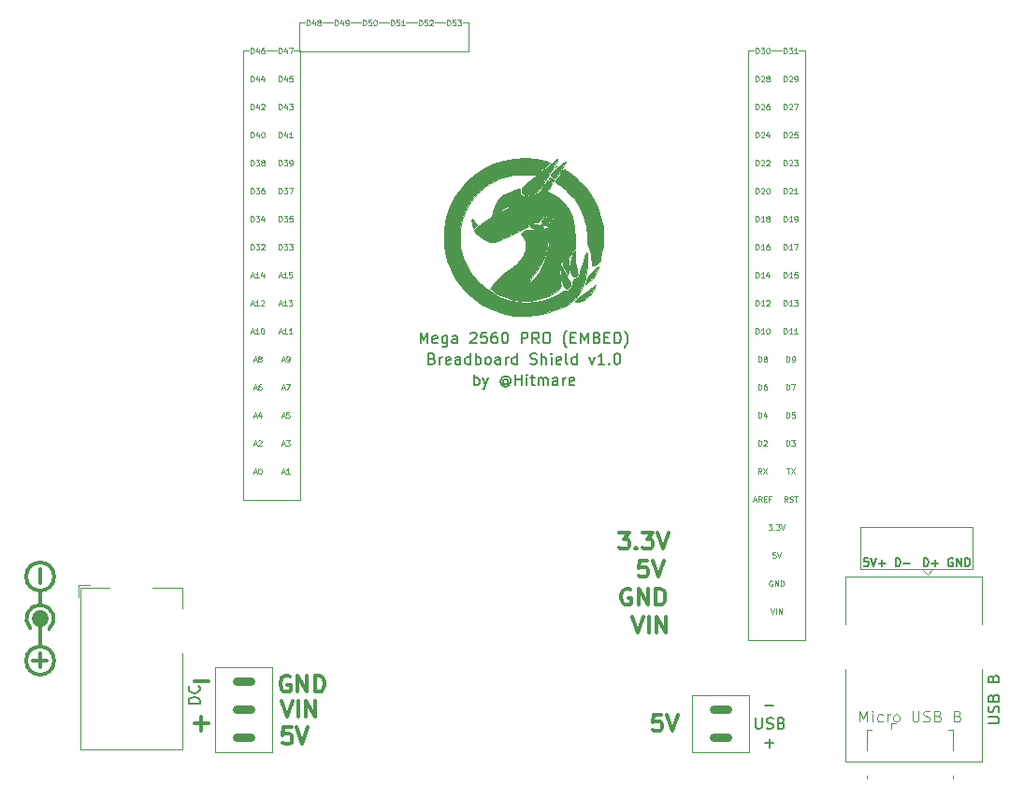
<source format=gbr>
G04 #@! TF.GenerationSoftware,KiCad,Pcbnew,(5.1.5)-3*
G04 #@! TF.CreationDate,2020-05-06T23:50:08+02:00*
G04 #@! TF.ProjectId,mega_pro_atmega2560,6d656761-5f70-4726-9f5f-61746d656761,rev?*
G04 #@! TF.SameCoordinates,Original*
G04 #@! TF.FileFunction,Legend,Top*
G04 #@! TF.FilePolarity,Positive*
%FSLAX46Y46*%
G04 Gerber Fmt 4.6, Leading zero omitted, Abs format (unit mm)*
G04 Created by KiCad (PCBNEW (5.1.5)-3) date 2020-05-06 23:50:08*
%MOMM*%
%LPD*%
G04 APERTURE LIST*
%ADD10C,0.120000*%
%ADD11C,0.300000*%
%ADD12C,0.150000*%
%ADD13C,0.125000*%
%ADD14C,0.200000*%
%ADD15C,0.100000*%
%ADD16C,0.750000*%
%ADD17C,0.010000*%
%ADD18C,1.500000*%
G04 APERTURE END LIST*
D10*
X175260000Y-93980000D02*
X175260000Y-92710000D01*
X185420000Y-93980000D02*
X175260000Y-93980000D01*
X185420000Y-92710000D02*
X185420000Y-93980000D01*
X170240000Y-46930000D02*
X169608500Y-46926500D01*
X170243500Y-46926500D02*
X170240000Y-46930000D01*
X167195500Y-46926500D02*
X168084500Y-46926500D01*
X165036500Y-46926500D02*
X165608000Y-46926500D01*
X121475500Y-46926500D02*
X122364500Y-46926500D01*
X139255500Y-44386500D02*
X139763500Y-44386500D01*
X136715500Y-44386500D02*
X137604500Y-44386500D01*
X134048500Y-44386500D02*
X135064500Y-44386500D01*
X131635500Y-44386500D02*
X132524500Y-44386500D01*
X129095500Y-44386500D02*
X129984500Y-44386500D01*
X126555500Y-44386500D02*
X127444500Y-44386500D01*
X124968000Y-44386500D02*
X124460000Y-44386500D01*
X123952000Y-46926500D02*
X124523500Y-46926500D01*
X119888000Y-46926500D02*
X119316500Y-46926500D01*
X175260000Y-90170000D02*
X175260000Y-92710000D01*
X185420000Y-90170000D02*
X185420000Y-92710000D01*
X175260000Y-90170000D02*
X185420000Y-90170000D01*
D11*
X123571142Y-103644000D02*
X123428285Y-103572571D01*
X123214000Y-103572571D01*
X122999714Y-103644000D01*
X122856857Y-103786857D01*
X122785428Y-103929714D01*
X122714000Y-104215428D01*
X122714000Y-104429714D01*
X122785428Y-104715428D01*
X122856857Y-104858285D01*
X122999714Y-105001142D01*
X123214000Y-105072571D01*
X123356857Y-105072571D01*
X123571142Y-105001142D01*
X123642571Y-104929714D01*
X123642571Y-104429714D01*
X123356857Y-104429714D01*
X124285428Y-105072571D02*
X124285428Y-103572571D01*
X125142571Y-105072571D01*
X125142571Y-103572571D01*
X125856857Y-105072571D02*
X125856857Y-103572571D01*
X126214000Y-103572571D01*
X126428285Y-103644000D01*
X126571142Y-103786857D01*
X126642571Y-103929714D01*
X126714000Y-104215428D01*
X126714000Y-104429714D01*
X126642571Y-104715428D01*
X126571142Y-104858285D01*
X126428285Y-105001142D01*
X126214000Y-105072571D01*
X125856857Y-105072571D01*
D12*
X140256190Y-77287380D02*
X140256190Y-76287380D01*
X140256190Y-76668333D02*
X140351428Y-76620714D01*
X140541904Y-76620714D01*
X140637142Y-76668333D01*
X140684761Y-76715952D01*
X140732380Y-76811190D01*
X140732380Y-77096904D01*
X140684761Y-77192142D01*
X140637142Y-77239761D01*
X140541904Y-77287380D01*
X140351428Y-77287380D01*
X140256190Y-77239761D01*
X141065714Y-76620714D02*
X141303809Y-77287380D01*
X141541904Y-76620714D02*
X141303809Y-77287380D01*
X141208571Y-77525476D01*
X141160952Y-77573095D01*
X141065714Y-77620714D01*
X143303809Y-76811190D02*
X143256190Y-76763571D01*
X143160952Y-76715952D01*
X143065714Y-76715952D01*
X142970476Y-76763571D01*
X142922857Y-76811190D01*
X142875238Y-76906428D01*
X142875238Y-77001666D01*
X142922857Y-77096904D01*
X142970476Y-77144523D01*
X143065714Y-77192142D01*
X143160952Y-77192142D01*
X143256190Y-77144523D01*
X143303809Y-77096904D01*
X143303809Y-76715952D02*
X143303809Y-77096904D01*
X143351428Y-77144523D01*
X143399047Y-77144523D01*
X143494285Y-77096904D01*
X143541904Y-77001666D01*
X143541904Y-76763571D01*
X143446666Y-76620714D01*
X143303809Y-76525476D01*
X143113333Y-76477857D01*
X142922857Y-76525476D01*
X142780000Y-76620714D01*
X142684761Y-76763571D01*
X142637142Y-76954047D01*
X142684761Y-77144523D01*
X142780000Y-77287380D01*
X142922857Y-77382619D01*
X143113333Y-77430238D01*
X143303809Y-77382619D01*
X143446666Y-77287380D01*
X143970476Y-77287380D02*
X143970476Y-76287380D01*
X143970476Y-76763571D02*
X144541904Y-76763571D01*
X144541904Y-77287380D02*
X144541904Y-76287380D01*
X145018095Y-77287380D02*
X145018095Y-76620714D01*
X145018095Y-76287380D02*
X144970476Y-76335000D01*
X145018095Y-76382619D01*
X145065714Y-76335000D01*
X145018095Y-76287380D01*
X145018095Y-76382619D01*
X145351428Y-76620714D02*
X145732380Y-76620714D01*
X145494285Y-76287380D02*
X145494285Y-77144523D01*
X145541904Y-77239761D01*
X145637142Y-77287380D01*
X145732380Y-77287380D01*
X146065714Y-77287380D02*
X146065714Y-76620714D01*
X146065714Y-76715952D02*
X146113333Y-76668333D01*
X146208571Y-76620714D01*
X146351428Y-76620714D01*
X146446666Y-76668333D01*
X146494285Y-76763571D01*
X146494285Y-77287380D01*
X146494285Y-76763571D02*
X146541904Y-76668333D01*
X146637142Y-76620714D01*
X146779999Y-76620714D01*
X146875238Y-76668333D01*
X146922857Y-76763571D01*
X146922857Y-77287380D01*
X147827619Y-77287380D02*
X147827619Y-76763571D01*
X147779999Y-76668333D01*
X147684761Y-76620714D01*
X147494285Y-76620714D01*
X147399047Y-76668333D01*
X147827619Y-77239761D02*
X147732380Y-77287380D01*
X147494285Y-77287380D01*
X147399047Y-77239761D01*
X147351428Y-77144523D01*
X147351428Y-77049285D01*
X147399047Y-76954047D01*
X147494285Y-76906428D01*
X147732380Y-76906428D01*
X147827619Y-76858809D01*
X148303809Y-77287380D02*
X148303809Y-76620714D01*
X148303809Y-76811190D02*
X148351428Y-76715952D01*
X148399047Y-76668333D01*
X148494285Y-76620714D01*
X148589523Y-76620714D01*
X149303809Y-77239761D02*
X149208571Y-77287380D01*
X149018095Y-77287380D01*
X148922857Y-77239761D01*
X148875238Y-77144523D01*
X148875238Y-76763571D01*
X148922857Y-76668333D01*
X149018095Y-76620714D01*
X149208571Y-76620714D01*
X149303809Y-76668333D01*
X149351428Y-76763571D01*
X149351428Y-76858809D01*
X148875238Y-76954047D01*
X136446666Y-74858571D02*
X136589523Y-74906190D01*
X136637142Y-74953809D01*
X136684761Y-75049047D01*
X136684761Y-75191904D01*
X136637142Y-75287142D01*
X136589523Y-75334761D01*
X136494285Y-75382380D01*
X136113333Y-75382380D01*
X136113333Y-74382380D01*
X136446666Y-74382380D01*
X136541904Y-74430000D01*
X136589523Y-74477619D01*
X136637142Y-74572857D01*
X136637142Y-74668095D01*
X136589523Y-74763333D01*
X136541904Y-74810952D01*
X136446666Y-74858571D01*
X136113333Y-74858571D01*
X137113333Y-75382380D02*
X137113333Y-74715714D01*
X137113333Y-74906190D02*
X137160952Y-74810952D01*
X137208571Y-74763333D01*
X137303809Y-74715714D01*
X137399047Y-74715714D01*
X138113333Y-75334761D02*
X138018095Y-75382380D01*
X137827619Y-75382380D01*
X137732380Y-75334761D01*
X137684761Y-75239523D01*
X137684761Y-74858571D01*
X137732380Y-74763333D01*
X137827619Y-74715714D01*
X138018095Y-74715714D01*
X138113333Y-74763333D01*
X138160952Y-74858571D01*
X138160952Y-74953809D01*
X137684761Y-75049047D01*
X139018095Y-75382380D02*
X139018095Y-74858571D01*
X138970476Y-74763333D01*
X138875238Y-74715714D01*
X138684761Y-74715714D01*
X138589523Y-74763333D01*
X139018095Y-75334761D02*
X138922857Y-75382380D01*
X138684761Y-75382380D01*
X138589523Y-75334761D01*
X138541904Y-75239523D01*
X138541904Y-75144285D01*
X138589523Y-75049047D01*
X138684761Y-75001428D01*
X138922857Y-75001428D01*
X139018095Y-74953809D01*
X139922857Y-75382380D02*
X139922857Y-74382380D01*
X139922857Y-75334761D02*
X139827619Y-75382380D01*
X139637142Y-75382380D01*
X139541904Y-75334761D01*
X139494285Y-75287142D01*
X139446666Y-75191904D01*
X139446666Y-74906190D01*
X139494285Y-74810952D01*
X139541904Y-74763333D01*
X139637142Y-74715714D01*
X139827619Y-74715714D01*
X139922857Y-74763333D01*
X140399047Y-75382380D02*
X140399047Y-74382380D01*
X140399047Y-74763333D02*
X140494285Y-74715714D01*
X140684761Y-74715714D01*
X140780000Y-74763333D01*
X140827619Y-74810952D01*
X140875238Y-74906190D01*
X140875238Y-75191904D01*
X140827619Y-75287142D01*
X140780000Y-75334761D01*
X140684761Y-75382380D01*
X140494285Y-75382380D01*
X140399047Y-75334761D01*
X141446666Y-75382380D02*
X141351428Y-75334761D01*
X141303809Y-75287142D01*
X141256190Y-75191904D01*
X141256190Y-74906190D01*
X141303809Y-74810952D01*
X141351428Y-74763333D01*
X141446666Y-74715714D01*
X141589523Y-74715714D01*
X141684761Y-74763333D01*
X141732380Y-74810952D01*
X141780000Y-74906190D01*
X141780000Y-75191904D01*
X141732380Y-75287142D01*
X141684761Y-75334761D01*
X141589523Y-75382380D01*
X141446666Y-75382380D01*
X142637142Y-75382380D02*
X142637142Y-74858571D01*
X142589523Y-74763333D01*
X142494285Y-74715714D01*
X142303809Y-74715714D01*
X142208571Y-74763333D01*
X142637142Y-75334761D02*
X142541904Y-75382380D01*
X142303809Y-75382380D01*
X142208571Y-75334761D01*
X142160952Y-75239523D01*
X142160952Y-75144285D01*
X142208571Y-75049047D01*
X142303809Y-75001428D01*
X142541904Y-75001428D01*
X142637142Y-74953809D01*
X143113333Y-75382380D02*
X143113333Y-74715714D01*
X143113333Y-74906190D02*
X143160952Y-74810952D01*
X143208571Y-74763333D01*
X143303809Y-74715714D01*
X143399047Y-74715714D01*
X144160952Y-75382380D02*
X144160952Y-74382380D01*
X144160952Y-75334761D02*
X144065714Y-75382380D01*
X143875238Y-75382380D01*
X143780000Y-75334761D01*
X143732380Y-75287142D01*
X143684761Y-75191904D01*
X143684761Y-74906190D01*
X143732380Y-74810952D01*
X143780000Y-74763333D01*
X143875238Y-74715714D01*
X144065714Y-74715714D01*
X144160952Y-74763333D01*
X145351428Y-75334761D02*
X145494285Y-75382380D01*
X145732380Y-75382380D01*
X145827619Y-75334761D01*
X145875238Y-75287142D01*
X145922857Y-75191904D01*
X145922857Y-75096666D01*
X145875238Y-75001428D01*
X145827619Y-74953809D01*
X145732380Y-74906190D01*
X145541904Y-74858571D01*
X145446666Y-74810952D01*
X145399047Y-74763333D01*
X145351428Y-74668095D01*
X145351428Y-74572857D01*
X145399047Y-74477619D01*
X145446666Y-74430000D01*
X145541904Y-74382380D01*
X145780000Y-74382380D01*
X145922857Y-74430000D01*
X146351428Y-75382380D02*
X146351428Y-74382380D01*
X146780000Y-75382380D02*
X146780000Y-74858571D01*
X146732380Y-74763333D01*
X146637142Y-74715714D01*
X146494285Y-74715714D01*
X146399047Y-74763333D01*
X146351428Y-74810952D01*
X147256190Y-75382380D02*
X147256190Y-74715714D01*
X147256190Y-74382380D02*
X147208571Y-74430000D01*
X147256190Y-74477619D01*
X147303809Y-74430000D01*
X147256190Y-74382380D01*
X147256190Y-74477619D01*
X148113333Y-75334761D02*
X148018095Y-75382380D01*
X147827619Y-75382380D01*
X147732380Y-75334761D01*
X147684761Y-75239523D01*
X147684761Y-74858571D01*
X147732380Y-74763333D01*
X147827619Y-74715714D01*
X148018095Y-74715714D01*
X148113333Y-74763333D01*
X148160952Y-74858571D01*
X148160952Y-74953809D01*
X147684761Y-75049047D01*
X148732380Y-75382380D02*
X148637142Y-75334761D01*
X148589523Y-75239523D01*
X148589523Y-74382380D01*
X149541904Y-75382380D02*
X149541904Y-74382380D01*
X149541904Y-75334761D02*
X149446666Y-75382380D01*
X149256190Y-75382380D01*
X149160952Y-75334761D01*
X149113333Y-75287142D01*
X149065714Y-75191904D01*
X149065714Y-74906190D01*
X149113333Y-74810952D01*
X149160952Y-74763333D01*
X149256190Y-74715714D01*
X149446666Y-74715714D01*
X149541904Y-74763333D01*
X150684761Y-74715714D02*
X150922857Y-75382380D01*
X151160952Y-74715714D01*
X152065714Y-75382380D02*
X151494285Y-75382380D01*
X151780000Y-75382380D02*
X151780000Y-74382380D01*
X151684761Y-74525238D01*
X151589523Y-74620476D01*
X151494285Y-74668095D01*
X152494285Y-75287142D02*
X152541904Y-75334761D01*
X152494285Y-75382380D01*
X152446666Y-75334761D01*
X152494285Y-75287142D01*
X152494285Y-75382380D01*
X153160952Y-74382380D02*
X153256190Y-74382380D01*
X153351428Y-74430000D01*
X153399047Y-74477619D01*
X153446666Y-74572857D01*
X153494285Y-74763333D01*
X153494285Y-75001428D01*
X153446666Y-75191904D01*
X153399047Y-75287142D01*
X153351428Y-75334761D01*
X153256190Y-75382380D01*
X153160952Y-75382380D01*
X153065714Y-75334761D01*
X153018095Y-75287142D01*
X152970476Y-75191904D01*
X152922857Y-75001428D01*
X152922857Y-74763333D01*
X152970476Y-74572857D01*
X153018095Y-74477619D01*
X153065714Y-74430000D01*
X153160952Y-74382380D01*
X135399047Y-73477380D02*
X135399047Y-72477380D01*
X135732380Y-73191666D01*
X136065714Y-72477380D01*
X136065714Y-73477380D01*
X136922857Y-73429761D02*
X136827619Y-73477380D01*
X136637142Y-73477380D01*
X136541904Y-73429761D01*
X136494285Y-73334523D01*
X136494285Y-72953571D01*
X136541904Y-72858333D01*
X136637142Y-72810714D01*
X136827619Y-72810714D01*
X136922857Y-72858333D01*
X136970476Y-72953571D01*
X136970476Y-73048809D01*
X136494285Y-73144047D01*
X137827619Y-72810714D02*
X137827619Y-73620238D01*
X137780000Y-73715476D01*
X137732380Y-73763095D01*
X137637142Y-73810714D01*
X137494285Y-73810714D01*
X137399047Y-73763095D01*
X137827619Y-73429761D02*
X137732380Y-73477380D01*
X137541904Y-73477380D01*
X137446666Y-73429761D01*
X137399047Y-73382142D01*
X137351428Y-73286904D01*
X137351428Y-73001190D01*
X137399047Y-72905952D01*
X137446666Y-72858333D01*
X137541904Y-72810714D01*
X137732380Y-72810714D01*
X137827619Y-72858333D01*
X138732380Y-73477380D02*
X138732380Y-72953571D01*
X138684761Y-72858333D01*
X138589523Y-72810714D01*
X138399047Y-72810714D01*
X138303809Y-72858333D01*
X138732380Y-73429761D02*
X138637142Y-73477380D01*
X138399047Y-73477380D01*
X138303809Y-73429761D01*
X138256190Y-73334523D01*
X138256190Y-73239285D01*
X138303809Y-73144047D01*
X138399047Y-73096428D01*
X138637142Y-73096428D01*
X138732380Y-73048809D01*
X139922857Y-72572619D02*
X139970476Y-72525000D01*
X140065714Y-72477380D01*
X140303809Y-72477380D01*
X140399047Y-72525000D01*
X140446666Y-72572619D01*
X140494285Y-72667857D01*
X140494285Y-72763095D01*
X140446666Y-72905952D01*
X139875238Y-73477380D01*
X140494285Y-73477380D01*
X141399047Y-72477380D02*
X140922857Y-72477380D01*
X140875238Y-72953571D01*
X140922857Y-72905952D01*
X141018095Y-72858333D01*
X141256190Y-72858333D01*
X141351428Y-72905952D01*
X141399047Y-72953571D01*
X141446666Y-73048809D01*
X141446666Y-73286904D01*
X141399047Y-73382142D01*
X141351428Y-73429761D01*
X141256190Y-73477380D01*
X141018095Y-73477380D01*
X140922857Y-73429761D01*
X140875238Y-73382142D01*
X142303809Y-72477380D02*
X142113333Y-72477380D01*
X142018095Y-72525000D01*
X141970476Y-72572619D01*
X141875238Y-72715476D01*
X141827619Y-72905952D01*
X141827619Y-73286904D01*
X141875238Y-73382142D01*
X141922857Y-73429761D01*
X142018095Y-73477380D01*
X142208571Y-73477380D01*
X142303809Y-73429761D01*
X142351428Y-73382142D01*
X142399047Y-73286904D01*
X142399047Y-73048809D01*
X142351428Y-72953571D01*
X142303809Y-72905952D01*
X142208571Y-72858333D01*
X142018095Y-72858333D01*
X141922857Y-72905952D01*
X141875238Y-72953571D01*
X141827619Y-73048809D01*
X143018095Y-72477380D02*
X143113333Y-72477380D01*
X143208571Y-72525000D01*
X143256190Y-72572619D01*
X143303809Y-72667857D01*
X143351428Y-72858333D01*
X143351428Y-73096428D01*
X143303809Y-73286904D01*
X143256190Y-73382142D01*
X143208571Y-73429761D01*
X143113333Y-73477380D01*
X143018095Y-73477380D01*
X142922857Y-73429761D01*
X142875238Y-73382142D01*
X142827619Y-73286904D01*
X142780000Y-73096428D01*
X142780000Y-72858333D01*
X142827619Y-72667857D01*
X142875238Y-72572619D01*
X142922857Y-72525000D01*
X143018095Y-72477380D01*
X144541904Y-73477380D02*
X144541904Y-72477380D01*
X144922857Y-72477380D01*
X145018095Y-72525000D01*
X145065714Y-72572619D01*
X145113333Y-72667857D01*
X145113333Y-72810714D01*
X145065714Y-72905952D01*
X145018095Y-72953571D01*
X144922857Y-73001190D01*
X144541904Y-73001190D01*
X146113333Y-73477380D02*
X145780000Y-73001190D01*
X145541904Y-73477380D02*
X145541904Y-72477380D01*
X145922857Y-72477380D01*
X146018095Y-72525000D01*
X146065714Y-72572619D01*
X146113333Y-72667857D01*
X146113333Y-72810714D01*
X146065714Y-72905952D01*
X146018095Y-72953571D01*
X145922857Y-73001190D01*
X145541904Y-73001190D01*
X146732380Y-72477380D02*
X146922857Y-72477380D01*
X147018095Y-72525000D01*
X147113333Y-72620238D01*
X147160952Y-72810714D01*
X147160952Y-73144047D01*
X147113333Y-73334523D01*
X147018095Y-73429761D01*
X146922857Y-73477380D01*
X146732380Y-73477380D01*
X146637142Y-73429761D01*
X146541904Y-73334523D01*
X146494285Y-73144047D01*
X146494285Y-72810714D01*
X146541904Y-72620238D01*
X146637142Y-72525000D01*
X146732380Y-72477380D01*
X148637142Y-73858333D02*
X148589523Y-73810714D01*
X148494285Y-73667857D01*
X148446666Y-73572619D01*
X148399047Y-73429761D01*
X148351428Y-73191666D01*
X148351428Y-73001190D01*
X148399047Y-72763095D01*
X148446666Y-72620238D01*
X148494285Y-72525000D01*
X148589523Y-72382142D01*
X148637142Y-72334523D01*
X149018095Y-72953571D02*
X149351428Y-72953571D01*
X149494285Y-73477380D02*
X149018095Y-73477380D01*
X149018095Y-72477380D01*
X149494285Y-72477380D01*
X149922857Y-73477380D02*
X149922857Y-72477380D01*
X150256190Y-73191666D01*
X150589523Y-72477380D01*
X150589523Y-73477380D01*
X151399047Y-72953571D02*
X151541904Y-73001190D01*
X151589523Y-73048809D01*
X151637142Y-73144047D01*
X151637142Y-73286904D01*
X151589523Y-73382142D01*
X151541904Y-73429761D01*
X151446666Y-73477380D01*
X151065714Y-73477380D01*
X151065714Y-72477380D01*
X151399047Y-72477380D01*
X151494285Y-72525000D01*
X151541904Y-72572619D01*
X151589523Y-72667857D01*
X151589523Y-72763095D01*
X151541904Y-72858333D01*
X151494285Y-72905952D01*
X151399047Y-72953571D01*
X151065714Y-72953571D01*
X152065714Y-72953571D02*
X152399047Y-72953571D01*
X152541904Y-73477380D02*
X152065714Y-73477380D01*
X152065714Y-72477380D01*
X152541904Y-72477380D01*
X152970476Y-73477380D02*
X152970476Y-72477380D01*
X153208571Y-72477380D01*
X153351428Y-72525000D01*
X153446666Y-72620238D01*
X153494285Y-72715476D01*
X153541904Y-72905952D01*
X153541904Y-73048809D01*
X153494285Y-73239285D01*
X153446666Y-73334523D01*
X153351428Y-73429761D01*
X153208571Y-73477380D01*
X152970476Y-73477380D01*
X153875238Y-73858333D02*
X153922857Y-73810714D01*
X154018095Y-73667857D01*
X154065714Y-73572619D01*
X154113333Y-73429761D01*
X154160952Y-73191666D01*
X154160952Y-73001190D01*
X154113333Y-72763095D01*
X154065714Y-72620238D01*
X154018095Y-72525000D01*
X153922857Y-72382142D01*
X153875238Y-72334523D01*
D13*
X165560476Y-87713333D02*
X165798571Y-87713333D01*
X165512857Y-87856190D02*
X165679523Y-87356190D01*
X165846190Y-87856190D01*
X166298571Y-87856190D02*
X166131904Y-87618095D01*
X166012857Y-87856190D02*
X166012857Y-87356190D01*
X166203333Y-87356190D01*
X166250952Y-87380000D01*
X166274761Y-87403809D01*
X166298571Y-87451428D01*
X166298571Y-87522857D01*
X166274761Y-87570476D01*
X166250952Y-87594285D01*
X166203333Y-87618095D01*
X166012857Y-87618095D01*
X166512857Y-87594285D02*
X166679523Y-87594285D01*
X166750952Y-87856190D02*
X166512857Y-87856190D01*
X166512857Y-87356190D01*
X166750952Y-87356190D01*
X167131904Y-87594285D02*
X166965238Y-87594285D01*
X166965238Y-87856190D02*
X166965238Y-87356190D01*
X167203333Y-87356190D01*
X168636190Y-87856190D02*
X168469523Y-87618095D01*
X168350476Y-87856190D02*
X168350476Y-87356190D01*
X168540952Y-87356190D01*
X168588571Y-87380000D01*
X168612380Y-87403809D01*
X168636190Y-87451428D01*
X168636190Y-87522857D01*
X168612380Y-87570476D01*
X168588571Y-87594285D01*
X168540952Y-87618095D01*
X168350476Y-87618095D01*
X168826666Y-87832380D02*
X168898095Y-87856190D01*
X169017142Y-87856190D01*
X169064761Y-87832380D01*
X169088571Y-87808571D01*
X169112380Y-87760952D01*
X169112380Y-87713333D01*
X169088571Y-87665714D01*
X169064761Y-87641904D01*
X169017142Y-87618095D01*
X168921904Y-87594285D01*
X168874285Y-87570476D01*
X168850476Y-87546666D01*
X168826666Y-87499047D01*
X168826666Y-87451428D01*
X168850476Y-87403809D01*
X168874285Y-87380000D01*
X168921904Y-87356190D01*
X169040952Y-87356190D01*
X169112380Y-87380000D01*
X169255238Y-87356190D02*
X169540952Y-87356190D01*
X169398095Y-87856190D02*
X169398095Y-87356190D01*
X166000952Y-82776190D02*
X166000952Y-82276190D01*
X166120000Y-82276190D01*
X166191428Y-82300000D01*
X166239047Y-82347619D01*
X166262857Y-82395238D01*
X166286666Y-82490476D01*
X166286666Y-82561904D01*
X166262857Y-82657142D01*
X166239047Y-82704761D01*
X166191428Y-82752380D01*
X166120000Y-82776190D01*
X166000952Y-82776190D01*
X166477142Y-82323809D02*
X166500952Y-82300000D01*
X166548571Y-82276190D01*
X166667619Y-82276190D01*
X166715238Y-82300000D01*
X166739047Y-82323809D01*
X166762857Y-82371428D01*
X166762857Y-82419047D01*
X166739047Y-82490476D01*
X166453333Y-82776190D01*
X166762857Y-82776190D01*
X168540952Y-82776190D02*
X168540952Y-82276190D01*
X168660000Y-82276190D01*
X168731428Y-82300000D01*
X168779047Y-82347619D01*
X168802857Y-82395238D01*
X168826666Y-82490476D01*
X168826666Y-82561904D01*
X168802857Y-82657142D01*
X168779047Y-82704761D01*
X168731428Y-82752380D01*
X168660000Y-82776190D01*
X168540952Y-82776190D01*
X168993333Y-82276190D02*
X169302857Y-82276190D01*
X169136190Y-82466666D01*
X169207619Y-82466666D01*
X169255238Y-82490476D01*
X169279047Y-82514285D01*
X169302857Y-82561904D01*
X169302857Y-82680952D01*
X169279047Y-82728571D01*
X169255238Y-82752380D01*
X169207619Y-82776190D01*
X169064761Y-82776190D01*
X169017142Y-82752380D01*
X168993333Y-82728571D01*
X166286666Y-85316190D02*
X166120000Y-85078095D01*
X166000952Y-85316190D02*
X166000952Y-84816190D01*
X166191428Y-84816190D01*
X166239047Y-84840000D01*
X166262857Y-84863809D01*
X166286666Y-84911428D01*
X166286666Y-84982857D01*
X166262857Y-85030476D01*
X166239047Y-85054285D01*
X166191428Y-85078095D01*
X166000952Y-85078095D01*
X166453333Y-84816190D02*
X166786666Y-85316190D01*
X166786666Y-84816190D02*
X166453333Y-85316190D01*
X168529047Y-84816190D02*
X168814761Y-84816190D01*
X168671904Y-85316190D02*
X168671904Y-84816190D01*
X168933809Y-84816190D02*
X169267142Y-85316190D01*
X169267142Y-84816190D02*
X168933809Y-85316190D01*
X166000952Y-77696190D02*
X166000952Y-77196190D01*
X166120000Y-77196190D01*
X166191428Y-77220000D01*
X166239047Y-77267619D01*
X166262857Y-77315238D01*
X166286666Y-77410476D01*
X166286666Y-77481904D01*
X166262857Y-77577142D01*
X166239047Y-77624761D01*
X166191428Y-77672380D01*
X166120000Y-77696190D01*
X166000952Y-77696190D01*
X166715238Y-77196190D02*
X166620000Y-77196190D01*
X166572380Y-77220000D01*
X166548571Y-77243809D01*
X166500952Y-77315238D01*
X166477142Y-77410476D01*
X166477142Y-77600952D01*
X166500952Y-77648571D01*
X166524761Y-77672380D01*
X166572380Y-77696190D01*
X166667619Y-77696190D01*
X166715238Y-77672380D01*
X166739047Y-77648571D01*
X166762857Y-77600952D01*
X166762857Y-77481904D01*
X166739047Y-77434285D01*
X166715238Y-77410476D01*
X166667619Y-77386666D01*
X166572380Y-77386666D01*
X166524761Y-77410476D01*
X166500952Y-77434285D01*
X166477142Y-77481904D01*
X168540952Y-77696190D02*
X168540952Y-77196190D01*
X168660000Y-77196190D01*
X168731428Y-77220000D01*
X168779047Y-77267619D01*
X168802857Y-77315238D01*
X168826666Y-77410476D01*
X168826666Y-77481904D01*
X168802857Y-77577142D01*
X168779047Y-77624761D01*
X168731428Y-77672380D01*
X168660000Y-77696190D01*
X168540952Y-77696190D01*
X168993333Y-77196190D02*
X169326666Y-77196190D01*
X169112380Y-77696190D01*
X166000952Y-80236190D02*
X166000952Y-79736190D01*
X166120000Y-79736190D01*
X166191428Y-79760000D01*
X166239047Y-79807619D01*
X166262857Y-79855238D01*
X166286666Y-79950476D01*
X166286666Y-80021904D01*
X166262857Y-80117142D01*
X166239047Y-80164761D01*
X166191428Y-80212380D01*
X166120000Y-80236190D01*
X166000952Y-80236190D01*
X166715238Y-79902857D02*
X166715238Y-80236190D01*
X166596190Y-79712380D02*
X166477142Y-80069523D01*
X166786666Y-80069523D01*
X168540952Y-80236190D02*
X168540952Y-79736190D01*
X168660000Y-79736190D01*
X168731428Y-79760000D01*
X168779047Y-79807619D01*
X168802857Y-79855238D01*
X168826666Y-79950476D01*
X168826666Y-80021904D01*
X168802857Y-80117142D01*
X168779047Y-80164761D01*
X168731428Y-80212380D01*
X168660000Y-80236190D01*
X168540952Y-80236190D01*
X169279047Y-79736190D02*
X169040952Y-79736190D01*
X169017142Y-79974285D01*
X169040952Y-79950476D01*
X169088571Y-79926666D01*
X169207619Y-79926666D01*
X169255238Y-79950476D01*
X169279047Y-79974285D01*
X169302857Y-80021904D01*
X169302857Y-80140952D01*
X169279047Y-80188571D01*
X169255238Y-80212380D01*
X169207619Y-80236190D01*
X169088571Y-80236190D01*
X169040952Y-80212380D01*
X169017142Y-80188571D01*
X165762857Y-72616190D02*
X165762857Y-72116190D01*
X165881904Y-72116190D01*
X165953333Y-72140000D01*
X166000952Y-72187619D01*
X166024761Y-72235238D01*
X166048571Y-72330476D01*
X166048571Y-72401904D01*
X166024761Y-72497142D01*
X166000952Y-72544761D01*
X165953333Y-72592380D01*
X165881904Y-72616190D01*
X165762857Y-72616190D01*
X166524761Y-72616190D02*
X166239047Y-72616190D01*
X166381904Y-72616190D02*
X166381904Y-72116190D01*
X166334285Y-72187619D01*
X166286666Y-72235238D01*
X166239047Y-72259047D01*
X166834285Y-72116190D02*
X166881904Y-72116190D01*
X166929523Y-72140000D01*
X166953333Y-72163809D01*
X166977142Y-72211428D01*
X167000952Y-72306666D01*
X167000952Y-72425714D01*
X166977142Y-72520952D01*
X166953333Y-72568571D01*
X166929523Y-72592380D01*
X166881904Y-72616190D01*
X166834285Y-72616190D01*
X166786666Y-72592380D01*
X166762857Y-72568571D01*
X166739047Y-72520952D01*
X166715238Y-72425714D01*
X166715238Y-72306666D01*
X166739047Y-72211428D01*
X166762857Y-72163809D01*
X166786666Y-72140000D01*
X166834285Y-72116190D01*
X168302857Y-72616190D02*
X168302857Y-72116190D01*
X168421904Y-72116190D01*
X168493333Y-72140000D01*
X168540952Y-72187619D01*
X168564761Y-72235238D01*
X168588571Y-72330476D01*
X168588571Y-72401904D01*
X168564761Y-72497142D01*
X168540952Y-72544761D01*
X168493333Y-72592380D01*
X168421904Y-72616190D01*
X168302857Y-72616190D01*
X169064761Y-72616190D02*
X168779047Y-72616190D01*
X168921904Y-72616190D02*
X168921904Y-72116190D01*
X168874285Y-72187619D01*
X168826666Y-72235238D01*
X168779047Y-72259047D01*
X169540952Y-72616190D02*
X169255238Y-72616190D01*
X169398095Y-72616190D02*
X169398095Y-72116190D01*
X169350476Y-72187619D01*
X169302857Y-72235238D01*
X169255238Y-72259047D01*
X166000952Y-75156190D02*
X166000952Y-74656190D01*
X166120000Y-74656190D01*
X166191428Y-74680000D01*
X166239047Y-74727619D01*
X166262857Y-74775238D01*
X166286666Y-74870476D01*
X166286666Y-74941904D01*
X166262857Y-75037142D01*
X166239047Y-75084761D01*
X166191428Y-75132380D01*
X166120000Y-75156190D01*
X166000952Y-75156190D01*
X166572380Y-74870476D02*
X166524761Y-74846666D01*
X166500952Y-74822857D01*
X166477142Y-74775238D01*
X166477142Y-74751428D01*
X166500952Y-74703809D01*
X166524761Y-74680000D01*
X166572380Y-74656190D01*
X166667619Y-74656190D01*
X166715238Y-74680000D01*
X166739047Y-74703809D01*
X166762857Y-74751428D01*
X166762857Y-74775238D01*
X166739047Y-74822857D01*
X166715238Y-74846666D01*
X166667619Y-74870476D01*
X166572380Y-74870476D01*
X166524761Y-74894285D01*
X166500952Y-74918095D01*
X166477142Y-74965714D01*
X166477142Y-75060952D01*
X166500952Y-75108571D01*
X166524761Y-75132380D01*
X166572380Y-75156190D01*
X166667619Y-75156190D01*
X166715238Y-75132380D01*
X166739047Y-75108571D01*
X166762857Y-75060952D01*
X166762857Y-74965714D01*
X166739047Y-74918095D01*
X166715238Y-74894285D01*
X166667619Y-74870476D01*
X168540952Y-75156190D02*
X168540952Y-74656190D01*
X168660000Y-74656190D01*
X168731428Y-74680000D01*
X168779047Y-74727619D01*
X168802857Y-74775238D01*
X168826666Y-74870476D01*
X168826666Y-74941904D01*
X168802857Y-75037142D01*
X168779047Y-75084761D01*
X168731428Y-75132380D01*
X168660000Y-75156190D01*
X168540952Y-75156190D01*
X169064761Y-75156190D02*
X169160000Y-75156190D01*
X169207619Y-75132380D01*
X169231428Y-75108571D01*
X169279047Y-75037142D01*
X169302857Y-74941904D01*
X169302857Y-74751428D01*
X169279047Y-74703809D01*
X169255238Y-74680000D01*
X169207619Y-74656190D01*
X169112380Y-74656190D01*
X169064761Y-74680000D01*
X169040952Y-74703809D01*
X169017142Y-74751428D01*
X169017142Y-74870476D01*
X169040952Y-74918095D01*
X169064761Y-74941904D01*
X169112380Y-74965714D01*
X169207619Y-74965714D01*
X169255238Y-74941904D01*
X169279047Y-74918095D01*
X169302857Y-74870476D01*
X165762857Y-67536190D02*
X165762857Y-67036190D01*
X165881904Y-67036190D01*
X165953333Y-67060000D01*
X166000952Y-67107619D01*
X166024761Y-67155238D01*
X166048571Y-67250476D01*
X166048571Y-67321904D01*
X166024761Y-67417142D01*
X166000952Y-67464761D01*
X165953333Y-67512380D01*
X165881904Y-67536190D01*
X165762857Y-67536190D01*
X166524761Y-67536190D02*
X166239047Y-67536190D01*
X166381904Y-67536190D02*
X166381904Y-67036190D01*
X166334285Y-67107619D01*
X166286666Y-67155238D01*
X166239047Y-67179047D01*
X166953333Y-67202857D02*
X166953333Y-67536190D01*
X166834285Y-67012380D02*
X166715238Y-67369523D01*
X167024761Y-67369523D01*
X168302857Y-67536190D02*
X168302857Y-67036190D01*
X168421904Y-67036190D01*
X168493333Y-67060000D01*
X168540952Y-67107619D01*
X168564761Y-67155238D01*
X168588571Y-67250476D01*
X168588571Y-67321904D01*
X168564761Y-67417142D01*
X168540952Y-67464761D01*
X168493333Y-67512380D01*
X168421904Y-67536190D01*
X168302857Y-67536190D01*
X169064761Y-67536190D02*
X168779047Y-67536190D01*
X168921904Y-67536190D02*
X168921904Y-67036190D01*
X168874285Y-67107619D01*
X168826666Y-67155238D01*
X168779047Y-67179047D01*
X169517142Y-67036190D02*
X169279047Y-67036190D01*
X169255238Y-67274285D01*
X169279047Y-67250476D01*
X169326666Y-67226666D01*
X169445714Y-67226666D01*
X169493333Y-67250476D01*
X169517142Y-67274285D01*
X169540952Y-67321904D01*
X169540952Y-67440952D01*
X169517142Y-67488571D01*
X169493333Y-67512380D01*
X169445714Y-67536190D01*
X169326666Y-67536190D01*
X169279047Y-67512380D01*
X169255238Y-67488571D01*
X165762857Y-70076190D02*
X165762857Y-69576190D01*
X165881904Y-69576190D01*
X165953333Y-69600000D01*
X166000952Y-69647619D01*
X166024761Y-69695238D01*
X166048571Y-69790476D01*
X166048571Y-69861904D01*
X166024761Y-69957142D01*
X166000952Y-70004761D01*
X165953333Y-70052380D01*
X165881904Y-70076190D01*
X165762857Y-70076190D01*
X166524761Y-70076190D02*
X166239047Y-70076190D01*
X166381904Y-70076190D02*
X166381904Y-69576190D01*
X166334285Y-69647619D01*
X166286666Y-69695238D01*
X166239047Y-69719047D01*
X166715238Y-69623809D02*
X166739047Y-69600000D01*
X166786666Y-69576190D01*
X166905714Y-69576190D01*
X166953333Y-69600000D01*
X166977142Y-69623809D01*
X167000952Y-69671428D01*
X167000952Y-69719047D01*
X166977142Y-69790476D01*
X166691428Y-70076190D01*
X167000952Y-70076190D01*
X168302857Y-70076190D02*
X168302857Y-69576190D01*
X168421904Y-69576190D01*
X168493333Y-69600000D01*
X168540952Y-69647619D01*
X168564761Y-69695238D01*
X168588571Y-69790476D01*
X168588571Y-69861904D01*
X168564761Y-69957142D01*
X168540952Y-70004761D01*
X168493333Y-70052380D01*
X168421904Y-70076190D01*
X168302857Y-70076190D01*
X169064761Y-70076190D02*
X168779047Y-70076190D01*
X168921904Y-70076190D02*
X168921904Y-69576190D01*
X168874285Y-69647619D01*
X168826666Y-69695238D01*
X168779047Y-69719047D01*
X169231428Y-69576190D02*
X169540952Y-69576190D01*
X169374285Y-69766666D01*
X169445714Y-69766666D01*
X169493333Y-69790476D01*
X169517142Y-69814285D01*
X169540952Y-69861904D01*
X169540952Y-69980952D01*
X169517142Y-70028571D01*
X169493333Y-70052380D01*
X169445714Y-70076190D01*
X169302857Y-70076190D01*
X169255238Y-70052380D01*
X169231428Y-70028571D01*
X165762857Y-62456190D02*
X165762857Y-61956190D01*
X165881904Y-61956190D01*
X165953333Y-61980000D01*
X166000952Y-62027619D01*
X166024761Y-62075238D01*
X166048571Y-62170476D01*
X166048571Y-62241904D01*
X166024761Y-62337142D01*
X166000952Y-62384761D01*
X165953333Y-62432380D01*
X165881904Y-62456190D01*
X165762857Y-62456190D01*
X166524761Y-62456190D02*
X166239047Y-62456190D01*
X166381904Y-62456190D02*
X166381904Y-61956190D01*
X166334285Y-62027619D01*
X166286666Y-62075238D01*
X166239047Y-62099047D01*
X166810476Y-62170476D02*
X166762857Y-62146666D01*
X166739047Y-62122857D01*
X166715238Y-62075238D01*
X166715238Y-62051428D01*
X166739047Y-62003809D01*
X166762857Y-61980000D01*
X166810476Y-61956190D01*
X166905714Y-61956190D01*
X166953333Y-61980000D01*
X166977142Y-62003809D01*
X167000952Y-62051428D01*
X167000952Y-62075238D01*
X166977142Y-62122857D01*
X166953333Y-62146666D01*
X166905714Y-62170476D01*
X166810476Y-62170476D01*
X166762857Y-62194285D01*
X166739047Y-62218095D01*
X166715238Y-62265714D01*
X166715238Y-62360952D01*
X166739047Y-62408571D01*
X166762857Y-62432380D01*
X166810476Y-62456190D01*
X166905714Y-62456190D01*
X166953333Y-62432380D01*
X166977142Y-62408571D01*
X167000952Y-62360952D01*
X167000952Y-62265714D01*
X166977142Y-62218095D01*
X166953333Y-62194285D01*
X166905714Y-62170476D01*
X168302857Y-62456190D02*
X168302857Y-61956190D01*
X168421904Y-61956190D01*
X168493333Y-61980000D01*
X168540952Y-62027619D01*
X168564761Y-62075238D01*
X168588571Y-62170476D01*
X168588571Y-62241904D01*
X168564761Y-62337142D01*
X168540952Y-62384761D01*
X168493333Y-62432380D01*
X168421904Y-62456190D01*
X168302857Y-62456190D01*
X169064761Y-62456190D02*
X168779047Y-62456190D01*
X168921904Y-62456190D02*
X168921904Y-61956190D01*
X168874285Y-62027619D01*
X168826666Y-62075238D01*
X168779047Y-62099047D01*
X169302857Y-62456190D02*
X169398095Y-62456190D01*
X169445714Y-62432380D01*
X169469523Y-62408571D01*
X169517142Y-62337142D01*
X169540952Y-62241904D01*
X169540952Y-62051428D01*
X169517142Y-62003809D01*
X169493333Y-61980000D01*
X169445714Y-61956190D01*
X169350476Y-61956190D01*
X169302857Y-61980000D01*
X169279047Y-62003809D01*
X169255238Y-62051428D01*
X169255238Y-62170476D01*
X169279047Y-62218095D01*
X169302857Y-62241904D01*
X169350476Y-62265714D01*
X169445714Y-62265714D01*
X169493333Y-62241904D01*
X169517142Y-62218095D01*
X169540952Y-62170476D01*
X165762857Y-64996190D02*
X165762857Y-64496190D01*
X165881904Y-64496190D01*
X165953333Y-64520000D01*
X166000952Y-64567619D01*
X166024761Y-64615238D01*
X166048571Y-64710476D01*
X166048571Y-64781904D01*
X166024761Y-64877142D01*
X166000952Y-64924761D01*
X165953333Y-64972380D01*
X165881904Y-64996190D01*
X165762857Y-64996190D01*
X166524761Y-64996190D02*
X166239047Y-64996190D01*
X166381904Y-64996190D02*
X166381904Y-64496190D01*
X166334285Y-64567619D01*
X166286666Y-64615238D01*
X166239047Y-64639047D01*
X166953333Y-64496190D02*
X166858095Y-64496190D01*
X166810476Y-64520000D01*
X166786666Y-64543809D01*
X166739047Y-64615238D01*
X166715238Y-64710476D01*
X166715238Y-64900952D01*
X166739047Y-64948571D01*
X166762857Y-64972380D01*
X166810476Y-64996190D01*
X166905714Y-64996190D01*
X166953333Y-64972380D01*
X166977142Y-64948571D01*
X167000952Y-64900952D01*
X167000952Y-64781904D01*
X166977142Y-64734285D01*
X166953333Y-64710476D01*
X166905714Y-64686666D01*
X166810476Y-64686666D01*
X166762857Y-64710476D01*
X166739047Y-64734285D01*
X166715238Y-64781904D01*
X168302857Y-64996190D02*
X168302857Y-64496190D01*
X168421904Y-64496190D01*
X168493333Y-64520000D01*
X168540952Y-64567619D01*
X168564761Y-64615238D01*
X168588571Y-64710476D01*
X168588571Y-64781904D01*
X168564761Y-64877142D01*
X168540952Y-64924761D01*
X168493333Y-64972380D01*
X168421904Y-64996190D01*
X168302857Y-64996190D01*
X169064761Y-64996190D02*
X168779047Y-64996190D01*
X168921904Y-64996190D02*
X168921904Y-64496190D01*
X168874285Y-64567619D01*
X168826666Y-64615238D01*
X168779047Y-64639047D01*
X169231428Y-64496190D02*
X169564761Y-64496190D01*
X169350476Y-64996190D01*
X165762857Y-57376190D02*
X165762857Y-56876190D01*
X165881904Y-56876190D01*
X165953333Y-56900000D01*
X166000952Y-56947619D01*
X166024761Y-56995238D01*
X166048571Y-57090476D01*
X166048571Y-57161904D01*
X166024761Y-57257142D01*
X166000952Y-57304761D01*
X165953333Y-57352380D01*
X165881904Y-57376190D01*
X165762857Y-57376190D01*
X166239047Y-56923809D02*
X166262857Y-56900000D01*
X166310476Y-56876190D01*
X166429523Y-56876190D01*
X166477142Y-56900000D01*
X166500952Y-56923809D01*
X166524761Y-56971428D01*
X166524761Y-57019047D01*
X166500952Y-57090476D01*
X166215238Y-57376190D01*
X166524761Y-57376190D01*
X166715238Y-56923809D02*
X166739047Y-56900000D01*
X166786666Y-56876190D01*
X166905714Y-56876190D01*
X166953333Y-56900000D01*
X166977142Y-56923809D01*
X167000952Y-56971428D01*
X167000952Y-57019047D01*
X166977142Y-57090476D01*
X166691428Y-57376190D01*
X167000952Y-57376190D01*
X168302857Y-57376190D02*
X168302857Y-56876190D01*
X168421904Y-56876190D01*
X168493333Y-56900000D01*
X168540952Y-56947619D01*
X168564761Y-56995238D01*
X168588571Y-57090476D01*
X168588571Y-57161904D01*
X168564761Y-57257142D01*
X168540952Y-57304761D01*
X168493333Y-57352380D01*
X168421904Y-57376190D01*
X168302857Y-57376190D01*
X168779047Y-56923809D02*
X168802857Y-56900000D01*
X168850476Y-56876190D01*
X168969523Y-56876190D01*
X169017142Y-56900000D01*
X169040952Y-56923809D01*
X169064761Y-56971428D01*
X169064761Y-57019047D01*
X169040952Y-57090476D01*
X168755238Y-57376190D01*
X169064761Y-57376190D01*
X169231428Y-56876190D02*
X169540952Y-56876190D01*
X169374285Y-57066666D01*
X169445714Y-57066666D01*
X169493333Y-57090476D01*
X169517142Y-57114285D01*
X169540952Y-57161904D01*
X169540952Y-57280952D01*
X169517142Y-57328571D01*
X169493333Y-57352380D01*
X169445714Y-57376190D01*
X169302857Y-57376190D01*
X169255238Y-57352380D01*
X169231428Y-57328571D01*
X165762857Y-59916190D02*
X165762857Y-59416190D01*
X165881904Y-59416190D01*
X165953333Y-59440000D01*
X166000952Y-59487619D01*
X166024761Y-59535238D01*
X166048571Y-59630476D01*
X166048571Y-59701904D01*
X166024761Y-59797142D01*
X166000952Y-59844761D01*
X165953333Y-59892380D01*
X165881904Y-59916190D01*
X165762857Y-59916190D01*
X166239047Y-59463809D02*
X166262857Y-59440000D01*
X166310476Y-59416190D01*
X166429523Y-59416190D01*
X166477142Y-59440000D01*
X166500952Y-59463809D01*
X166524761Y-59511428D01*
X166524761Y-59559047D01*
X166500952Y-59630476D01*
X166215238Y-59916190D01*
X166524761Y-59916190D01*
X166834285Y-59416190D02*
X166881904Y-59416190D01*
X166929523Y-59440000D01*
X166953333Y-59463809D01*
X166977142Y-59511428D01*
X167000952Y-59606666D01*
X167000952Y-59725714D01*
X166977142Y-59820952D01*
X166953333Y-59868571D01*
X166929523Y-59892380D01*
X166881904Y-59916190D01*
X166834285Y-59916190D01*
X166786666Y-59892380D01*
X166762857Y-59868571D01*
X166739047Y-59820952D01*
X166715238Y-59725714D01*
X166715238Y-59606666D01*
X166739047Y-59511428D01*
X166762857Y-59463809D01*
X166786666Y-59440000D01*
X166834285Y-59416190D01*
X168302857Y-59916190D02*
X168302857Y-59416190D01*
X168421904Y-59416190D01*
X168493333Y-59440000D01*
X168540952Y-59487619D01*
X168564761Y-59535238D01*
X168588571Y-59630476D01*
X168588571Y-59701904D01*
X168564761Y-59797142D01*
X168540952Y-59844761D01*
X168493333Y-59892380D01*
X168421904Y-59916190D01*
X168302857Y-59916190D01*
X168779047Y-59463809D02*
X168802857Y-59440000D01*
X168850476Y-59416190D01*
X168969523Y-59416190D01*
X169017142Y-59440000D01*
X169040952Y-59463809D01*
X169064761Y-59511428D01*
X169064761Y-59559047D01*
X169040952Y-59630476D01*
X168755238Y-59916190D01*
X169064761Y-59916190D01*
X169540952Y-59916190D02*
X169255238Y-59916190D01*
X169398095Y-59916190D02*
X169398095Y-59416190D01*
X169350476Y-59487619D01*
X169302857Y-59535238D01*
X169255238Y-59559047D01*
X165762857Y-52296190D02*
X165762857Y-51796190D01*
X165881904Y-51796190D01*
X165953333Y-51820000D01*
X166000952Y-51867619D01*
X166024761Y-51915238D01*
X166048571Y-52010476D01*
X166048571Y-52081904D01*
X166024761Y-52177142D01*
X166000952Y-52224761D01*
X165953333Y-52272380D01*
X165881904Y-52296190D01*
X165762857Y-52296190D01*
X166239047Y-51843809D02*
X166262857Y-51820000D01*
X166310476Y-51796190D01*
X166429523Y-51796190D01*
X166477142Y-51820000D01*
X166500952Y-51843809D01*
X166524761Y-51891428D01*
X166524761Y-51939047D01*
X166500952Y-52010476D01*
X166215238Y-52296190D01*
X166524761Y-52296190D01*
X166953333Y-51796190D02*
X166858095Y-51796190D01*
X166810476Y-51820000D01*
X166786666Y-51843809D01*
X166739047Y-51915238D01*
X166715238Y-52010476D01*
X166715238Y-52200952D01*
X166739047Y-52248571D01*
X166762857Y-52272380D01*
X166810476Y-52296190D01*
X166905714Y-52296190D01*
X166953333Y-52272380D01*
X166977142Y-52248571D01*
X167000952Y-52200952D01*
X167000952Y-52081904D01*
X166977142Y-52034285D01*
X166953333Y-52010476D01*
X166905714Y-51986666D01*
X166810476Y-51986666D01*
X166762857Y-52010476D01*
X166739047Y-52034285D01*
X166715238Y-52081904D01*
X168302857Y-52296190D02*
X168302857Y-51796190D01*
X168421904Y-51796190D01*
X168493333Y-51820000D01*
X168540952Y-51867619D01*
X168564761Y-51915238D01*
X168588571Y-52010476D01*
X168588571Y-52081904D01*
X168564761Y-52177142D01*
X168540952Y-52224761D01*
X168493333Y-52272380D01*
X168421904Y-52296190D01*
X168302857Y-52296190D01*
X168779047Y-51843809D02*
X168802857Y-51820000D01*
X168850476Y-51796190D01*
X168969523Y-51796190D01*
X169017142Y-51820000D01*
X169040952Y-51843809D01*
X169064761Y-51891428D01*
X169064761Y-51939047D01*
X169040952Y-52010476D01*
X168755238Y-52296190D01*
X169064761Y-52296190D01*
X169231428Y-51796190D02*
X169564761Y-51796190D01*
X169350476Y-52296190D01*
X165762857Y-54836190D02*
X165762857Y-54336190D01*
X165881904Y-54336190D01*
X165953333Y-54360000D01*
X166000952Y-54407619D01*
X166024761Y-54455238D01*
X166048571Y-54550476D01*
X166048571Y-54621904D01*
X166024761Y-54717142D01*
X166000952Y-54764761D01*
X165953333Y-54812380D01*
X165881904Y-54836190D01*
X165762857Y-54836190D01*
X166239047Y-54383809D02*
X166262857Y-54360000D01*
X166310476Y-54336190D01*
X166429523Y-54336190D01*
X166477142Y-54360000D01*
X166500952Y-54383809D01*
X166524761Y-54431428D01*
X166524761Y-54479047D01*
X166500952Y-54550476D01*
X166215238Y-54836190D01*
X166524761Y-54836190D01*
X166953333Y-54502857D02*
X166953333Y-54836190D01*
X166834285Y-54312380D02*
X166715238Y-54669523D01*
X167024761Y-54669523D01*
X168302857Y-54836190D02*
X168302857Y-54336190D01*
X168421904Y-54336190D01*
X168493333Y-54360000D01*
X168540952Y-54407619D01*
X168564761Y-54455238D01*
X168588571Y-54550476D01*
X168588571Y-54621904D01*
X168564761Y-54717142D01*
X168540952Y-54764761D01*
X168493333Y-54812380D01*
X168421904Y-54836190D01*
X168302857Y-54836190D01*
X168779047Y-54383809D02*
X168802857Y-54360000D01*
X168850476Y-54336190D01*
X168969523Y-54336190D01*
X169017142Y-54360000D01*
X169040952Y-54383809D01*
X169064761Y-54431428D01*
X169064761Y-54479047D01*
X169040952Y-54550476D01*
X168755238Y-54836190D01*
X169064761Y-54836190D01*
X169517142Y-54336190D02*
X169279047Y-54336190D01*
X169255238Y-54574285D01*
X169279047Y-54550476D01*
X169326666Y-54526666D01*
X169445714Y-54526666D01*
X169493333Y-54550476D01*
X169517142Y-54574285D01*
X169540952Y-54621904D01*
X169540952Y-54740952D01*
X169517142Y-54788571D01*
X169493333Y-54812380D01*
X169445714Y-54836190D01*
X169326666Y-54836190D01*
X169279047Y-54812380D01*
X169255238Y-54788571D01*
X165762857Y-49756190D02*
X165762857Y-49256190D01*
X165881904Y-49256190D01*
X165953333Y-49280000D01*
X166000952Y-49327619D01*
X166024761Y-49375238D01*
X166048571Y-49470476D01*
X166048571Y-49541904D01*
X166024761Y-49637142D01*
X166000952Y-49684761D01*
X165953333Y-49732380D01*
X165881904Y-49756190D01*
X165762857Y-49756190D01*
X166239047Y-49303809D02*
X166262857Y-49280000D01*
X166310476Y-49256190D01*
X166429523Y-49256190D01*
X166477142Y-49280000D01*
X166500952Y-49303809D01*
X166524761Y-49351428D01*
X166524761Y-49399047D01*
X166500952Y-49470476D01*
X166215238Y-49756190D01*
X166524761Y-49756190D01*
X166810476Y-49470476D02*
X166762857Y-49446666D01*
X166739047Y-49422857D01*
X166715238Y-49375238D01*
X166715238Y-49351428D01*
X166739047Y-49303809D01*
X166762857Y-49280000D01*
X166810476Y-49256190D01*
X166905714Y-49256190D01*
X166953333Y-49280000D01*
X166977142Y-49303809D01*
X167000952Y-49351428D01*
X167000952Y-49375238D01*
X166977142Y-49422857D01*
X166953333Y-49446666D01*
X166905714Y-49470476D01*
X166810476Y-49470476D01*
X166762857Y-49494285D01*
X166739047Y-49518095D01*
X166715238Y-49565714D01*
X166715238Y-49660952D01*
X166739047Y-49708571D01*
X166762857Y-49732380D01*
X166810476Y-49756190D01*
X166905714Y-49756190D01*
X166953333Y-49732380D01*
X166977142Y-49708571D01*
X167000952Y-49660952D01*
X167000952Y-49565714D01*
X166977142Y-49518095D01*
X166953333Y-49494285D01*
X166905714Y-49470476D01*
X168302857Y-49756190D02*
X168302857Y-49256190D01*
X168421904Y-49256190D01*
X168493333Y-49280000D01*
X168540952Y-49327619D01*
X168564761Y-49375238D01*
X168588571Y-49470476D01*
X168588571Y-49541904D01*
X168564761Y-49637142D01*
X168540952Y-49684761D01*
X168493333Y-49732380D01*
X168421904Y-49756190D01*
X168302857Y-49756190D01*
X168779047Y-49303809D02*
X168802857Y-49280000D01*
X168850476Y-49256190D01*
X168969523Y-49256190D01*
X169017142Y-49280000D01*
X169040952Y-49303809D01*
X169064761Y-49351428D01*
X169064761Y-49399047D01*
X169040952Y-49470476D01*
X168755238Y-49756190D01*
X169064761Y-49756190D01*
X169302857Y-49756190D02*
X169398095Y-49756190D01*
X169445714Y-49732380D01*
X169469523Y-49708571D01*
X169517142Y-49637142D01*
X169540952Y-49541904D01*
X169540952Y-49351428D01*
X169517142Y-49303809D01*
X169493333Y-49280000D01*
X169445714Y-49256190D01*
X169350476Y-49256190D01*
X169302857Y-49280000D01*
X169279047Y-49303809D01*
X169255238Y-49351428D01*
X169255238Y-49470476D01*
X169279047Y-49518095D01*
X169302857Y-49541904D01*
X169350476Y-49565714D01*
X169445714Y-49565714D01*
X169493333Y-49541904D01*
X169517142Y-49518095D01*
X169540952Y-49470476D01*
X168302857Y-47216190D02*
X168302857Y-46716190D01*
X168421904Y-46716190D01*
X168493333Y-46740000D01*
X168540952Y-46787619D01*
X168564761Y-46835238D01*
X168588571Y-46930476D01*
X168588571Y-47001904D01*
X168564761Y-47097142D01*
X168540952Y-47144761D01*
X168493333Y-47192380D01*
X168421904Y-47216190D01*
X168302857Y-47216190D01*
X168755238Y-46716190D02*
X169064761Y-46716190D01*
X168898095Y-46906666D01*
X168969523Y-46906666D01*
X169017142Y-46930476D01*
X169040952Y-46954285D01*
X169064761Y-47001904D01*
X169064761Y-47120952D01*
X169040952Y-47168571D01*
X169017142Y-47192380D01*
X168969523Y-47216190D01*
X168826666Y-47216190D01*
X168779047Y-47192380D01*
X168755238Y-47168571D01*
X169540952Y-47216190D02*
X169255238Y-47216190D01*
X169398095Y-47216190D02*
X169398095Y-46716190D01*
X169350476Y-46787619D01*
X169302857Y-46835238D01*
X169255238Y-46859047D01*
X165762857Y-47216190D02*
X165762857Y-46716190D01*
X165881904Y-46716190D01*
X165953333Y-46740000D01*
X166000952Y-46787619D01*
X166024761Y-46835238D01*
X166048571Y-46930476D01*
X166048571Y-47001904D01*
X166024761Y-47097142D01*
X166000952Y-47144761D01*
X165953333Y-47192380D01*
X165881904Y-47216190D01*
X165762857Y-47216190D01*
X166215238Y-46716190D02*
X166524761Y-46716190D01*
X166358095Y-46906666D01*
X166429523Y-46906666D01*
X166477142Y-46930476D01*
X166500952Y-46954285D01*
X166524761Y-47001904D01*
X166524761Y-47120952D01*
X166500952Y-47168571D01*
X166477142Y-47192380D01*
X166429523Y-47216190D01*
X166286666Y-47216190D01*
X166239047Y-47192380D01*
X166215238Y-47168571D01*
X166834285Y-46716190D02*
X166881904Y-46716190D01*
X166929523Y-46740000D01*
X166953333Y-46763809D01*
X166977142Y-46811428D01*
X167000952Y-46906666D01*
X167000952Y-47025714D01*
X166977142Y-47120952D01*
X166953333Y-47168571D01*
X166929523Y-47192380D01*
X166881904Y-47216190D01*
X166834285Y-47216190D01*
X166786666Y-47192380D01*
X166762857Y-47168571D01*
X166739047Y-47120952D01*
X166715238Y-47025714D01*
X166715238Y-46906666D01*
X166739047Y-46811428D01*
X166762857Y-46763809D01*
X166786666Y-46740000D01*
X166834285Y-46716190D01*
X166901904Y-89896190D02*
X167211428Y-89896190D01*
X167044761Y-90086666D01*
X167116190Y-90086666D01*
X167163809Y-90110476D01*
X167187619Y-90134285D01*
X167211428Y-90181904D01*
X167211428Y-90300952D01*
X167187619Y-90348571D01*
X167163809Y-90372380D01*
X167116190Y-90396190D01*
X166973333Y-90396190D01*
X166925714Y-90372380D01*
X166901904Y-90348571D01*
X167425714Y-90348571D02*
X167449523Y-90372380D01*
X167425714Y-90396190D01*
X167401904Y-90372380D01*
X167425714Y-90348571D01*
X167425714Y-90396190D01*
X167616190Y-89896190D02*
X167925714Y-89896190D01*
X167759047Y-90086666D01*
X167830476Y-90086666D01*
X167878095Y-90110476D01*
X167901904Y-90134285D01*
X167925714Y-90181904D01*
X167925714Y-90300952D01*
X167901904Y-90348571D01*
X167878095Y-90372380D01*
X167830476Y-90396190D01*
X167687619Y-90396190D01*
X167640000Y-90372380D01*
X167616190Y-90348571D01*
X168068571Y-89896190D02*
X168235238Y-90396190D01*
X168401904Y-89896190D01*
X167544761Y-92436190D02*
X167306666Y-92436190D01*
X167282857Y-92674285D01*
X167306666Y-92650476D01*
X167354285Y-92626666D01*
X167473333Y-92626666D01*
X167520952Y-92650476D01*
X167544761Y-92674285D01*
X167568571Y-92721904D01*
X167568571Y-92840952D01*
X167544761Y-92888571D01*
X167520952Y-92912380D01*
X167473333Y-92936190D01*
X167354285Y-92936190D01*
X167306666Y-92912380D01*
X167282857Y-92888571D01*
X167711428Y-92436190D02*
X167878095Y-92936190D01*
X168044761Y-92436190D01*
X167259047Y-95000000D02*
X167211428Y-94976190D01*
X167140000Y-94976190D01*
X167068571Y-95000000D01*
X167020952Y-95047619D01*
X166997142Y-95095238D01*
X166973333Y-95190476D01*
X166973333Y-95261904D01*
X166997142Y-95357142D01*
X167020952Y-95404761D01*
X167068571Y-95452380D01*
X167140000Y-95476190D01*
X167187619Y-95476190D01*
X167259047Y-95452380D01*
X167282857Y-95428571D01*
X167282857Y-95261904D01*
X167187619Y-95261904D01*
X167497142Y-95476190D02*
X167497142Y-94976190D01*
X167782857Y-95476190D01*
X167782857Y-94976190D01*
X168020952Y-95476190D02*
X168020952Y-94976190D01*
X168140000Y-94976190D01*
X168211428Y-95000000D01*
X168259047Y-95047619D01*
X168282857Y-95095238D01*
X168306666Y-95190476D01*
X168306666Y-95261904D01*
X168282857Y-95357142D01*
X168259047Y-95404761D01*
X168211428Y-95452380D01*
X168140000Y-95476190D01*
X168020952Y-95476190D01*
X167092380Y-97516190D02*
X167259047Y-98016190D01*
X167425714Y-97516190D01*
X167592380Y-98016190D02*
X167592380Y-97516190D01*
X167830476Y-98016190D02*
X167830476Y-97516190D01*
X168116190Y-98016190D01*
X168116190Y-97516190D01*
X137822857Y-44676190D02*
X137822857Y-44176190D01*
X137941904Y-44176190D01*
X138013333Y-44200000D01*
X138060952Y-44247619D01*
X138084761Y-44295238D01*
X138108571Y-44390476D01*
X138108571Y-44461904D01*
X138084761Y-44557142D01*
X138060952Y-44604761D01*
X138013333Y-44652380D01*
X137941904Y-44676190D01*
X137822857Y-44676190D01*
X138560952Y-44176190D02*
X138322857Y-44176190D01*
X138299047Y-44414285D01*
X138322857Y-44390476D01*
X138370476Y-44366666D01*
X138489523Y-44366666D01*
X138537142Y-44390476D01*
X138560952Y-44414285D01*
X138584761Y-44461904D01*
X138584761Y-44580952D01*
X138560952Y-44628571D01*
X138537142Y-44652380D01*
X138489523Y-44676190D01*
X138370476Y-44676190D01*
X138322857Y-44652380D01*
X138299047Y-44628571D01*
X138751428Y-44176190D02*
X139060952Y-44176190D01*
X138894285Y-44366666D01*
X138965714Y-44366666D01*
X139013333Y-44390476D01*
X139037142Y-44414285D01*
X139060952Y-44461904D01*
X139060952Y-44580952D01*
X139037142Y-44628571D01*
X139013333Y-44652380D01*
X138965714Y-44676190D01*
X138822857Y-44676190D01*
X138775238Y-44652380D01*
X138751428Y-44628571D01*
X135282857Y-44676190D02*
X135282857Y-44176190D01*
X135401904Y-44176190D01*
X135473333Y-44200000D01*
X135520952Y-44247619D01*
X135544761Y-44295238D01*
X135568571Y-44390476D01*
X135568571Y-44461904D01*
X135544761Y-44557142D01*
X135520952Y-44604761D01*
X135473333Y-44652380D01*
X135401904Y-44676190D01*
X135282857Y-44676190D01*
X136020952Y-44176190D02*
X135782857Y-44176190D01*
X135759047Y-44414285D01*
X135782857Y-44390476D01*
X135830476Y-44366666D01*
X135949523Y-44366666D01*
X135997142Y-44390476D01*
X136020952Y-44414285D01*
X136044761Y-44461904D01*
X136044761Y-44580952D01*
X136020952Y-44628571D01*
X135997142Y-44652380D01*
X135949523Y-44676190D01*
X135830476Y-44676190D01*
X135782857Y-44652380D01*
X135759047Y-44628571D01*
X136235238Y-44223809D02*
X136259047Y-44200000D01*
X136306666Y-44176190D01*
X136425714Y-44176190D01*
X136473333Y-44200000D01*
X136497142Y-44223809D01*
X136520952Y-44271428D01*
X136520952Y-44319047D01*
X136497142Y-44390476D01*
X136211428Y-44676190D01*
X136520952Y-44676190D01*
X132742857Y-44676190D02*
X132742857Y-44176190D01*
X132861904Y-44176190D01*
X132933333Y-44200000D01*
X132980952Y-44247619D01*
X133004761Y-44295238D01*
X133028571Y-44390476D01*
X133028571Y-44461904D01*
X133004761Y-44557142D01*
X132980952Y-44604761D01*
X132933333Y-44652380D01*
X132861904Y-44676190D01*
X132742857Y-44676190D01*
X133480952Y-44176190D02*
X133242857Y-44176190D01*
X133219047Y-44414285D01*
X133242857Y-44390476D01*
X133290476Y-44366666D01*
X133409523Y-44366666D01*
X133457142Y-44390476D01*
X133480952Y-44414285D01*
X133504761Y-44461904D01*
X133504761Y-44580952D01*
X133480952Y-44628571D01*
X133457142Y-44652380D01*
X133409523Y-44676190D01*
X133290476Y-44676190D01*
X133242857Y-44652380D01*
X133219047Y-44628571D01*
X133980952Y-44676190D02*
X133695238Y-44676190D01*
X133838095Y-44676190D02*
X133838095Y-44176190D01*
X133790476Y-44247619D01*
X133742857Y-44295238D01*
X133695238Y-44319047D01*
X130202857Y-44676190D02*
X130202857Y-44176190D01*
X130321904Y-44176190D01*
X130393333Y-44200000D01*
X130440952Y-44247619D01*
X130464761Y-44295238D01*
X130488571Y-44390476D01*
X130488571Y-44461904D01*
X130464761Y-44557142D01*
X130440952Y-44604761D01*
X130393333Y-44652380D01*
X130321904Y-44676190D01*
X130202857Y-44676190D01*
X130940952Y-44176190D02*
X130702857Y-44176190D01*
X130679047Y-44414285D01*
X130702857Y-44390476D01*
X130750476Y-44366666D01*
X130869523Y-44366666D01*
X130917142Y-44390476D01*
X130940952Y-44414285D01*
X130964761Y-44461904D01*
X130964761Y-44580952D01*
X130940952Y-44628571D01*
X130917142Y-44652380D01*
X130869523Y-44676190D01*
X130750476Y-44676190D01*
X130702857Y-44652380D01*
X130679047Y-44628571D01*
X131274285Y-44176190D02*
X131321904Y-44176190D01*
X131369523Y-44200000D01*
X131393333Y-44223809D01*
X131417142Y-44271428D01*
X131440952Y-44366666D01*
X131440952Y-44485714D01*
X131417142Y-44580952D01*
X131393333Y-44628571D01*
X131369523Y-44652380D01*
X131321904Y-44676190D01*
X131274285Y-44676190D01*
X131226666Y-44652380D01*
X131202857Y-44628571D01*
X131179047Y-44580952D01*
X131155238Y-44485714D01*
X131155238Y-44366666D01*
X131179047Y-44271428D01*
X131202857Y-44223809D01*
X131226666Y-44200000D01*
X131274285Y-44176190D01*
X127662857Y-44676190D02*
X127662857Y-44176190D01*
X127781904Y-44176190D01*
X127853333Y-44200000D01*
X127900952Y-44247619D01*
X127924761Y-44295238D01*
X127948571Y-44390476D01*
X127948571Y-44461904D01*
X127924761Y-44557142D01*
X127900952Y-44604761D01*
X127853333Y-44652380D01*
X127781904Y-44676190D01*
X127662857Y-44676190D01*
X128377142Y-44342857D02*
X128377142Y-44676190D01*
X128258095Y-44152380D02*
X128139047Y-44509523D01*
X128448571Y-44509523D01*
X128662857Y-44676190D02*
X128758095Y-44676190D01*
X128805714Y-44652380D01*
X128829523Y-44628571D01*
X128877142Y-44557142D01*
X128900952Y-44461904D01*
X128900952Y-44271428D01*
X128877142Y-44223809D01*
X128853333Y-44200000D01*
X128805714Y-44176190D01*
X128710476Y-44176190D01*
X128662857Y-44200000D01*
X128639047Y-44223809D01*
X128615238Y-44271428D01*
X128615238Y-44390476D01*
X128639047Y-44438095D01*
X128662857Y-44461904D01*
X128710476Y-44485714D01*
X128805714Y-44485714D01*
X128853333Y-44461904D01*
X128877142Y-44438095D01*
X128900952Y-44390476D01*
X125122857Y-44676190D02*
X125122857Y-44176190D01*
X125241904Y-44176190D01*
X125313333Y-44200000D01*
X125360952Y-44247619D01*
X125384761Y-44295238D01*
X125408571Y-44390476D01*
X125408571Y-44461904D01*
X125384761Y-44557142D01*
X125360952Y-44604761D01*
X125313333Y-44652380D01*
X125241904Y-44676190D01*
X125122857Y-44676190D01*
X125837142Y-44342857D02*
X125837142Y-44676190D01*
X125718095Y-44152380D02*
X125599047Y-44509523D01*
X125908571Y-44509523D01*
X126170476Y-44390476D02*
X126122857Y-44366666D01*
X126099047Y-44342857D01*
X126075238Y-44295238D01*
X126075238Y-44271428D01*
X126099047Y-44223809D01*
X126122857Y-44200000D01*
X126170476Y-44176190D01*
X126265714Y-44176190D01*
X126313333Y-44200000D01*
X126337142Y-44223809D01*
X126360952Y-44271428D01*
X126360952Y-44295238D01*
X126337142Y-44342857D01*
X126313333Y-44366666D01*
X126265714Y-44390476D01*
X126170476Y-44390476D01*
X126122857Y-44414285D01*
X126099047Y-44438095D01*
X126075238Y-44485714D01*
X126075238Y-44580952D01*
X126099047Y-44628571D01*
X126122857Y-44652380D01*
X126170476Y-44676190D01*
X126265714Y-44676190D01*
X126313333Y-44652380D01*
X126337142Y-44628571D01*
X126360952Y-44580952D01*
X126360952Y-44485714D01*
X126337142Y-44438095D01*
X126313333Y-44414285D01*
X126265714Y-44390476D01*
X122832857Y-85173333D02*
X123070952Y-85173333D01*
X122785238Y-85316190D02*
X122951904Y-84816190D01*
X123118571Y-85316190D01*
X123547142Y-85316190D02*
X123261428Y-85316190D01*
X123404285Y-85316190D02*
X123404285Y-84816190D01*
X123356666Y-84887619D01*
X123309047Y-84935238D01*
X123261428Y-84959047D01*
X120292857Y-85173333D02*
X120530952Y-85173333D01*
X120245238Y-85316190D02*
X120411904Y-84816190D01*
X120578571Y-85316190D01*
X120840476Y-84816190D02*
X120888095Y-84816190D01*
X120935714Y-84840000D01*
X120959523Y-84863809D01*
X120983333Y-84911428D01*
X121007142Y-85006666D01*
X121007142Y-85125714D01*
X120983333Y-85220952D01*
X120959523Y-85268571D01*
X120935714Y-85292380D01*
X120888095Y-85316190D01*
X120840476Y-85316190D01*
X120792857Y-85292380D01*
X120769047Y-85268571D01*
X120745238Y-85220952D01*
X120721428Y-85125714D01*
X120721428Y-85006666D01*
X120745238Y-84911428D01*
X120769047Y-84863809D01*
X120792857Y-84840000D01*
X120840476Y-84816190D01*
X122832857Y-82633333D02*
X123070952Y-82633333D01*
X122785238Y-82776190D02*
X122951904Y-82276190D01*
X123118571Y-82776190D01*
X123237619Y-82276190D02*
X123547142Y-82276190D01*
X123380476Y-82466666D01*
X123451904Y-82466666D01*
X123499523Y-82490476D01*
X123523333Y-82514285D01*
X123547142Y-82561904D01*
X123547142Y-82680952D01*
X123523333Y-82728571D01*
X123499523Y-82752380D01*
X123451904Y-82776190D01*
X123309047Y-82776190D01*
X123261428Y-82752380D01*
X123237619Y-82728571D01*
X120292857Y-82633333D02*
X120530952Y-82633333D01*
X120245238Y-82776190D02*
X120411904Y-82276190D01*
X120578571Y-82776190D01*
X120721428Y-82323809D02*
X120745238Y-82300000D01*
X120792857Y-82276190D01*
X120911904Y-82276190D01*
X120959523Y-82300000D01*
X120983333Y-82323809D01*
X121007142Y-82371428D01*
X121007142Y-82419047D01*
X120983333Y-82490476D01*
X120697619Y-82776190D01*
X121007142Y-82776190D01*
X122832857Y-80093333D02*
X123070952Y-80093333D01*
X122785238Y-80236190D02*
X122951904Y-79736190D01*
X123118571Y-80236190D01*
X123523333Y-79736190D02*
X123285238Y-79736190D01*
X123261428Y-79974285D01*
X123285238Y-79950476D01*
X123332857Y-79926666D01*
X123451904Y-79926666D01*
X123499523Y-79950476D01*
X123523333Y-79974285D01*
X123547142Y-80021904D01*
X123547142Y-80140952D01*
X123523333Y-80188571D01*
X123499523Y-80212380D01*
X123451904Y-80236190D01*
X123332857Y-80236190D01*
X123285238Y-80212380D01*
X123261428Y-80188571D01*
X120292857Y-80093333D02*
X120530952Y-80093333D01*
X120245238Y-80236190D02*
X120411904Y-79736190D01*
X120578571Y-80236190D01*
X120959523Y-79902857D02*
X120959523Y-80236190D01*
X120840476Y-79712380D02*
X120721428Y-80069523D01*
X121030952Y-80069523D01*
X122832857Y-77553333D02*
X123070952Y-77553333D01*
X122785238Y-77696190D02*
X122951904Y-77196190D01*
X123118571Y-77696190D01*
X123237619Y-77196190D02*
X123570952Y-77196190D01*
X123356666Y-77696190D01*
X120292857Y-77553333D02*
X120530952Y-77553333D01*
X120245238Y-77696190D02*
X120411904Y-77196190D01*
X120578571Y-77696190D01*
X120959523Y-77196190D02*
X120864285Y-77196190D01*
X120816666Y-77220000D01*
X120792857Y-77243809D01*
X120745238Y-77315238D01*
X120721428Y-77410476D01*
X120721428Y-77600952D01*
X120745238Y-77648571D01*
X120769047Y-77672380D01*
X120816666Y-77696190D01*
X120911904Y-77696190D01*
X120959523Y-77672380D01*
X120983333Y-77648571D01*
X121007142Y-77600952D01*
X121007142Y-77481904D01*
X120983333Y-77434285D01*
X120959523Y-77410476D01*
X120911904Y-77386666D01*
X120816666Y-77386666D01*
X120769047Y-77410476D01*
X120745238Y-77434285D01*
X120721428Y-77481904D01*
X122832857Y-75013333D02*
X123070952Y-75013333D01*
X122785238Y-75156190D02*
X122951904Y-74656190D01*
X123118571Y-75156190D01*
X123309047Y-75156190D02*
X123404285Y-75156190D01*
X123451904Y-75132380D01*
X123475714Y-75108571D01*
X123523333Y-75037142D01*
X123547142Y-74941904D01*
X123547142Y-74751428D01*
X123523333Y-74703809D01*
X123499523Y-74680000D01*
X123451904Y-74656190D01*
X123356666Y-74656190D01*
X123309047Y-74680000D01*
X123285238Y-74703809D01*
X123261428Y-74751428D01*
X123261428Y-74870476D01*
X123285238Y-74918095D01*
X123309047Y-74941904D01*
X123356666Y-74965714D01*
X123451904Y-74965714D01*
X123499523Y-74941904D01*
X123523333Y-74918095D01*
X123547142Y-74870476D01*
X120292857Y-75013333D02*
X120530952Y-75013333D01*
X120245238Y-75156190D02*
X120411904Y-74656190D01*
X120578571Y-75156190D01*
X120816666Y-74870476D02*
X120769047Y-74846666D01*
X120745238Y-74822857D01*
X120721428Y-74775238D01*
X120721428Y-74751428D01*
X120745238Y-74703809D01*
X120769047Y-74680000D01*
X120816666Y-74656190D01*
X120911904Y-74656190D01*
X120959523Y-74680000D01*
X120983333Y-74703809D01*
X121007142Y-74751428D01*
X121007142Y-74775238D01*
X120983333Y-74822857D01*
X120959523Y-74846666D01*
X120911904Y-74870476D01*
X120816666Y-74870476D01*
X120769047Y-74894285D01*
X120745238Y-74918095D01*
X120721428Y-74965714D01*
X120721428Y-75060952D01*
X120745238Y-75108571D01*
X120769047Y-75132380D01*
X120816666Y-75156190D01*
X120911904Y-75156190D01*
X120959523Y-75132380D01*
X120983333Y-75108571D01*
X121007142Y-75060952D01*
X121007142Y-74965714D01*
X120983333Y-74918095D01*
X120959523Y-74894285D01*
X120911904Y-74870476D01*
X122594761Y-72473333D02*
X122832857Y-72473333D01*
X122547142Y-72616190D02*
X122713809Y-72116190D01*
X122880476Y-72616190D01*
X123309047Y-72616190D02*
X123023333Y-72616190D01*
X123166190Y-72616190D02*
X123166190Y-72116190D01*
X123118571Y-72187619D01*
X123070952Y-72235238D01*
X123023333Y-72259047D01*
X123785238Y-72616190D02*
X123499523Y-72616190D01*
X123642380Y-72616190D02*
X123642380Y-72116190D01*
X123594761Y-72187619D01*
X123547142Y-72235238D01*
X123499523Y-72259047D01*
X120054761Y-72473333D02*
X120292857Y-72473333D01*
X120007142Y-72616190D02*
X120173809Y-72116190D01*
X120340476Y-72616190D01*
X120769047Y-72616190D02*
X120483333Y-72616190D01*
X120626190Y-72616190D02*
X120626190Y-72116190D01*
X120578571Y-72187619D01*
X120530952Y-72235238D01*
X120483333Y-72259047D01*
X121078571Y-72116190D02*
X121126190Y-72116190D01*
X121173809Y-72140000D01*
X121197619Y-72163809D01*
X121221428Y-72211428D01*
X121245238Y-72306666D01*
X121245238Y-72425714D01*
X121221428Y-72520952D01*
X121197619Y-72568571D01*
X121173809Y-72592380D01*
X121126190Y-72616190D01*
X121078571Y-72616190D01*
X121030952Y-72592380D01*
X121007142Y-72568571D01*
X120983333Y-72520952D01*
X120959523Y-72425714D01*
X120959523Y-72306666D01*
X120983333Y-72211428D01*
X121007142Y-72163809D01*
X121030952Y-72140000D01*
X121078571Y-72116190D01*
X122594761Y-69933333D02*
X122832857Y-69933333D01*
X122547142Y-70076190D02*
X122713809Y-69576190D01*
X122880476Y-70076190D01*
X123309047Y-70076190D02*
X123023333Y-70076190D01*
X123166190Y-70076190D02*
X123166190Y-69576190D01*
X123118571Y-69647619D01*
X123070952Y-69695238D01*
X123023333Y-69719047D01*
X123475714Y-69576190D02*
X123785238Y-69576190D01*
X123618571Y-69766666D01*
X123690000Y-69766666D01*
X123737619Y-69790476D01*
X123761428Y-69814285D01*
X123785238Y-69861904D01*
X123785238Y-69980952D01*
X123761428Y-70028571D01*
X123737619Y-70052380D01*
X123690000Y-70076190D01*
X123547142Y-70076190D01*
X123499523Y-70052380D01*
X123475714Y-70028571D01*
X120054761Y-69933333D02*
X120292857Y-69933333D01*
X120007142Y-70076190D02*
X120173809Y-69576190D01*
X120340476Y-70076190D01*
X120769047Y-70076190D02*
X120483333Y-70076190D01*
X120626190Y-70076190D02*
X120626190Y-69576190D01*
X120578571Y-69647619D01*
X120530952Y-69695238D01*
X120483333Y-69719047D01*
X120959523Y-69623809D02*
X120983333Y-69600000D01*
X121030952Y-69576190D01*
X121150000Y-69576190D01*
X121197619Y-69600000D01*
X121221428Y-69623809D01*
X121245238Y-69671428D01*
X121245238Y-69719047D01*
X121221428Y-69790476D01*
X120935714Y-70076190D01*
X121245238Y-70076190D01*
X122594761Y-67393333D02*
X122832857Y-67393333D01*
X122547142Y-67536190D02*
X122713809Y-67036190D01*
X122880476Y-67536190D01*
X123309047Y-67536190D02*
X123023333Y-67536190D01*
X123166190Y-67536190D02*
X123166190Y-67036190D01*
X123118571Y-67107619D01*
X123070952Y-67155238D01*
X123023333Y-67179047D01*
X123761428Y-67036190D02*
X123523333Y-67036190D01*
X123499523Y-67274285D01*
X123523333Y-67250476D01*
X123570952Y-67226666D01*
X123690000Y-67226666D01*
X123737619Y-67250476D01*
X123761428Y-67274285D01*
X123785238Y-67321904D01*
X123785238Y-67440952D01*
X123761428Y-67488571D01*
X123737619Y-67512380D01*
X123690000Y-67536190D01*
X123570952Y-67536190D01*
X123523333Y-67512380D01*
X123499523Y-67488571D01*
X120054761Y-67393333D02*
X120292857Y-67393333D01*
X120007142Y-67536190D02*
X120173809Y-67036190D01*
X120340476Y-67536190D01*
X120769047Y-67536190D02*
X120483333Y-67536190D01*
X120626190Y-67536190D02*
X120626190Y-67036190D01*
X120578571Y-67107619D01*
X120530952Y-67155238D01*
X120483333Y-67179047D01*
X121197619Y-67202857D02*
X121197619Y-67536190D01*
X121078571Y-67012380D02*
X120959523Y-67369523D01*
X121269047Y-67369523D01*
X122582857Y-64996190D02*
X122582857Y-64496190D01*
X122701904Y-64496190D01*
X122773333Y-64520000D01*
X122820952Y-64567619D01*
X122844761Y-64615238D01*
X122868571Y-64710476D01*
X122868571Y-64781904D01*
X122844761Y-64877142D01*
X122820952Y-64924761D01*
X122773333Y-64972380D01*
X122701904Y-64996190D01*
X122582857Y-64996190D01*
X123035238Y-64496190D02*
X123344761Y-64496190D01*
X123178095Y-64686666D01*
X123249523Y-64686666D01*
X123297142Y-64710476D01*
X123320952Y-64734285D01*
X123344761Y-64781904D01*
X123344761Y-64900952D01*
X123320952Y-64948571D01*
X123297142Y-64972380D01*
X123249523Y-64996190D01*
X123106666Y-64996190D01*
X123059047Y-64972380D01*
X123035238Y-64948571D01*
X123511428Y-64496190D02*
X123820952Y-64496190D01*
X123654285Y-64686666D01*
X123725714Y-64686666D01*
X123773333Y-64710476D01*
X123797142Y-64734285D01*
X123820952Y-64781904D01*
X123820952Y-64900952D01*
X123797142Y-64948571D01*
X123773333Y-64972380D01*
X123725714Y-64996190D01*
X123582857Y-64996190D01*
X123535238Y-64972380D01*
X123511428Y-64948571D01*
X120042857Y-64996190D02*
X120042857Y-64496190D01*
X120161904Y-64496190D01*
X120233333Y-64520000D01*
X120280952Y-64567619D01*
X120304761Y-64615238D01*
X120328571Y-64710476D01*
X120328571Y-64781904D01*
X120304761Y-64877142D01*
X120280952Y-64924761D01*
X120233333Y-64972380D01*
X120161904Y-64996190D01*
X120042857Y-64996190D01*
X120495238Y-64496190D02*
X120804761Y-64496190D01*
X120638095Y-64686666D01*
X120709523Y-64686666D01*
X120757142Y-64710476D01*
X120780952Y-64734285D01*
X120804761Y-64781904D01*
X120804761Y-64900952D01*
X120780952Y-64948571D01*
X120757142Y-64972380D01*
X120709523Y-64996190D01*
X120566666Y-64996190D01*
X120519047Y-64972380D01*
X120495238Y-64948571D01*
X120995238Y-64543809D02*
X121019047Y-64520000D01*
X121066666Y-64496190D01*
X121185714Y-64496190D01*
X121233333Y-64520000D01*
X121257142Y-64543809D01*
X121280952Y-64591428D01*
X121280952Y-64639047D01*
X121257142Y-64710476D01*
X120971428Y-64996190D01*
X121280952Y-64996190D01*
X122582857Y-62456190D02*
X122582857Y-61956190D01*
X122701904Y-61956190D01*
X122773333Y-61980000D01*
X122820952Y-62027619D01*
X122844761Y-62075238D01*
X122868571Y-62170476D01*
X122868571Y-62241904D01*
X122844761Y-62337142D01*
X122820952Y-62384761D01*
X122773333Y-62432380D01*
X122701904Y-62456190D01*
X122582857Y-62456190D01*
X123035238Y-61956190D02*
X123344761Y-61956190D01*
X123178095Y-62146666D01*
X123249523Y-62146666D01*
X123297142Y-62170476D01*
X123320952Y-62194285D01*
X123344761Y-62241904D01*
X123344761Y-62360952D01*
X123320952Y-62408571D01*
X123297142Y-62432380D01*
X123249523Y-62456190D01*
X123106666Y-62456190D01*
X123059047Y-62432380D01*
X123035238Y-62408571D01*
X123797142Y-61956190D02*
X123559047Y-61956190D01*
X123535238Y-62194285D01*
X123559047Y-62170476D01*
X123606666Y-62146666D01*
X123725714Y-62146666D01*
X123773333Y-62170476D01*
X123797142Y-62194285D01*
X123820952Y-62241904D01*
X123820952Y-62360952D01*
X123797142Y-62408571D01*
X123773333Y-62432380D01*
X123725714Y-62456190D01*
X123606666Y-62456190D01*
X123559047Y-62432380D01*
X123535238Y-62408571D01*
X120042857Y-62456190D02*
X120042857Y-61956190D01*
X120161904Y-61956190D01*
X120233333Y-61980000D01*
X120280952Y-62027619D01*
X120304761Y-62075238D01*
X120328571Y-62170476D01*
X120328571Y-62241904D01*
X120304761Y-62337142D01*
X120280952Y-62384761D01*
X120233333Y-62432380D01*
X120161904Y-62456190D01*
X120042857Y-62456190D01*
X120495238Y-61956190D02*
X120804761Y-61956190D01*
X120638095Y-62146666D01*
X120709523Y-62146666D01*
X120757142Y-62170476D01*
X120780952Y-62194285D01*
X120804761Y-62241904D01*
X120804761Y-62360952D01*
X120780952Y-62408571D01*
X120757142Y-62432380D01*
X120709523Y-62456190D01*
X120566666Y-62456190D01*
X120519047Y-62432380D01*
X120495238Y-62408571D01*
X121233333Y-62122857D02*
X121233333Y-62456190D01*
X121114285Y-61932380D02*
X120995238Y-62289523D01*
X121304761Y-62289523D01*
X122582857Y-59916190D02*
X122582857Y-59416190D01*
X122701904Y-59416190D01*
X122773333Y-59440000D01*
X122820952Y-59487619D01*
X122844761Y-59535238D01*
X122868571Y-59630476D01*
X122868571Y-59701904D01*
X122844761Y-59797142D01*
X122820952Y-59844761D01*
X122773333Y-59892380D01*
X122701904Y-59916190D01*
X122582857Y-59916190D01*
X123035238Y-59416190D02*
X123344761Y-59416190D01*
X123178095Y-59606666D01*
X123249523Y-59606666D01*
X123297142Y-59630476D01*
X123320952Y-59654285D01*
X123344761Y-59701904D01*
X123344761Y-59820952D01*
X123320952Y-59868571D01*
X123297142Y-59892380D01*
X123249523Y-59916190D01*
X123106666Y-59916190D01*
X123059047Y-59892380D01*
X123035238Y-59868571D01*
X123511428Y-59416190D02*
X123844761Y-59416190D01*
X123630476Y-59916190D01*
X120042857Y-59916190D02*
X120042857Y-59416190D01*
X120161904Y-59416190D01*
X120233333Y-59440000D01*
X120280952Y-59487619D01*
X120304761Y-59535238D01*
X120328571Y-59630476D01*
X120328571Y-59701904D01*
X120304761Y-59797142D01*
X120280952Y-59844761D01*
X120233333Y-59892380D01*
X120161904Y-59916190D01*
X120042857Y-59916190D01*
X120495238Y-59416190D02*
X120804761Y-59416190D01*
X120638095Y-59606666D01*
X120709523Y-59606666D01*
X120757142Y-59630476D01*
X120780952Y-59654285D01*
X120804761Y-59701904D01*
X120804761Y-59820952D01*
X120780952Y-59868571D01*
X120757142Y-59892380D01*
X120709523Y-59916190D01*
X120566666Y-59916190D01*
X120519047Y-59892380D01*
X120495238Y-59868571D01*
X121233333Y-59416190D02*
X121138095Y-59416190D01*
X121090476Y-59440000D01*
X121066666Y-59463809D01*
X121019047Y-59535238D01*
X120995238Y-59630476D01*
X120995238Y-59820952D01*
X121019047Y-59868571D01*
X121042857Y-59892380D01*
X121090476Y-59916190D01*
X121185714Y-59916190D01*
X121233333Y-59892380D01*
X121257142Y-59868571D01*
X121280952Y-59820952D01*
X121280952Y-59701904D01*
X121257142Y-59654285D01*
X121233333Y-59630476D01*
X121185714Y-59606666D01*
X121090476Y-59606666D01*
X121042857Y-59630476D01*
X121019047Y-59654285D01*
X120995238Y-59701904D01*
X122582857Y-57376190D02*
X122582857Y-56876190D01*
X122701904Y-56876190D01*
X122773333Y-56900000D01*
X122820952Y-56947619D01*
X122844761Y-56995238D01*
X122868571Y-57090476D01*
X122868571Y-57161904D01*
X122844761Y-57257142D01*
X122820952Y-57304761D01*
X122773333Y-57352380D01*
X122701904Y-57376190D01*
X122582857Y-57376190D01*
X123035238Y-56876190D02*
X123344761Y-56876190D01*
X123178095Y-57066666D01*
X123249523Y-57066666D01*
X123297142Y-57090476D01*
X123320952Y-57114285D01*
X123344761Y-57161904D01*
X123344761Y-57280952D01*
X123320952Y-57328571D01*
X123297142Y-57352380D01*
X123249523Y-57376190D01*
X123106666Y-57376190D01*
X123059047Y-57352380D01*
X123035238Y-57328571D01*
X123582857Y-57376190D02*
X123678095Y-57376190D01*
X123725714Y-57352380D01*
X123749523Y-57328571D01*
X123797142Y-57257142D01*
X123820952Y-57161904D01*
X123820952Y-56971428D01*
X123797142Y-56923809D01*
X123773333Y-56900000D01*
X123725714Y-56876190D01*
X123630476Y-56876190D01*
X123582857Y-56900000D01*
X123559047Y-56923809D01*
X123535238Y-56971428D01*
X123535238Y-57090476D01*
X123559047Y-57138095D01*
X123582857Y-57161904D01*
X123630476Y-57185714D01*
X123725714Y-57185714D01*
X123773333Y-57161904D01*
X123797142Y-57138095D01*
X123820952Y-57090476D01*
X120042857Y-57376190D02*
X120042857Y-56876190D01*
X120161904Y-56876190D01*
X120233333Y-56900000D01*
X120280952Y-56947619D01*
X120304761Y-56995238D01*
X120328571Y-57090476D01*
X120328571Y-57161904D01*
X120304761Y-57257142D01*
X120280952Y-57304761D01*
X120233333Y-57352380D01*
X120161904Y-57376190D01*
X120042857Y-57376190D01*
X120495238Y-56876190D02*
X120804761Y-56876190D01*
X120638095Y-57066666D01*
X120709523Y-57066666D01*
X120757142Y-57090476D01*
X120780952Y-57114285D01*
X120804761Y-57161904D01*
X120804761Y-57280952D01*
X120780952Y-57328571D01*
X120757142Y-57352380D01*
X120709523Y-57376190D01*
X120566666Y-57376190D01*
X120519047Y-57352380D01*
X120495238Y-57328571D01*
X121090476Y-57090476D02*
X121042857Y-57066666D01*
X121019047Y-57042857D01*
X120995238Y-56995238D01*
X120995238Y-56971428D01*
X121019047Y-56923809D01*
X121042857Y-56900000D01*
X121090476Y-56876190D01*
X121185714Y-56876190D01*
X121233333Y-56900000D01*
X121257142Y-56923809D01*
X121280952Y-56971428D01*
X121280952Y-56995238D01*
X121257142Y-57042857D01*
X121233333Y-57066666D01*
X121185714Y-57090476D01*
X121090476Y-57090476D01*
X121042857Y-57114285D01*
X121019047Y-57138095D01*
X120995238Y-57185714D01*
X120995238Y-57280952D01*
X121019047Y-57328571D01*
X121042857Y-57352380D01*
X121090476Y-57376190D01*
X121185714Y-57376190D01*
X121233333Y-57352380D01*
X121257142Y-57328571D01*
X121280952Y-57280952D01*
X121280952Y-57185714D01*
X121257142Y-57138095D01*
X121233333Y-57114285D01*
X121185714Y-57090476D01*
X122582857Y-54836190D02*
X122582857Y-54336190D01*
X122701904Y-54336190D01*
X122773333Y-54360000D01*
X122820952Y-54407619D01*
X122844761Y-54455238D01*
X122868571Y-54550476D01*
X122868571Y-54621904D01*
X122844761Y-54717142D01*
X122820952Y-54764761D01*
X122773333Y-54812380D01*
X122701904Y-54836190D01*
X122582857Y-54836190D01*
X123297142Y-54502857D02*
X123297142Y-54836190D01*
X123178095Y-54312380D02*
X123059047Y-54669523D01*
X123368571Y-54669523D01*
X123820952Y-54836190D02*
X123535238Y-54836190D01*
X123678095Y-54836190D02*
X123678095Y-54336190D01*
X123630476Y-54407619D01*
X123582857Y-54455238D01*
X123535238Y-54479047D01*
X120042857Y-54836190D02*
X120042857Y-54336190D01*
X120161904Y-54336190D01*
X120233333Y-54360000D01*
X120280952Y-54407619D01*
X120304761Y-54455238D01*
X120328571Y-54550476D01*
X120328571Y-54621904D01*
X120304761Y-54717142D01*
X120280952Y-54764761D01*
X120233333Y-54812380D01*
X120161904Y-54836190D01*
X120042857Y-54836190D01*
X120757142Y-54502857D02*
X120757142Y-54836190D01*
X120638095Y-54312380D02*
X120519047Y-54669523D01*
X120828571Y-54669523D01*
X121114285Y-54336190D02*
X121161904Y-54336190D01*
X121209523Y-54360000D01*
X121233333Y-54383809D01*
X121257142Y-54431428D01*
X121280952Y-54526666D01*
X121280952Y-54645714D01*
X121257142Y-54740952D01*
X121233333Y-54788571D01*
X121209523Y-54812380D01*
X121161904Y-54836190D01*
X121114285Y-54836190D01*
X121066666Y-54812380D01*
X121042857Y-54788571D01*
X121019047Y-54740952D01*
X120995238Y-54645714D01*
X120995238Y-54526666D01*
X121019047Y-54431428D01*
X121042857Y-54383809D01*
X121066666Y-54360000D01*
X121114285Y-54336190D01*
X122582857Y-52296190D02*
X122582857Y-51796190D01*
X122701904Y-51796190D01*
X122773333Y-51820000D01*
X122820952Y-51867619D01*
X122844761Y-51915238D01*
X122868571Y-52010476D01*
X122868571Y-52081904D01*
X122844761Y-52177142D01*
X122820952Y-52224761D01*
X122773333Y-52272380D01*
X122701904Y-52296190D01*
X122582857Y-52296190D01*
X123297142Y-51962857D02*
X123297142Y-52296190D01*
X123178095Y-51772380D02*
X123059047Y-52129523D01*
X123368571Y-52129523D01*
X123511428Y-51796190D02*
X123820952Y-51796190D01*
X123654285Y-51986666D01*
X123725714Y-51986666D01*
X123773333Y-52010476D01*
X123797142Y-52034285D01*
X123820952Y-52081904D01*
X123820952Y-52200952D01*
X123797142Y-52248571D01*
X123773333Y-52272380D01*
X123725714Y-52296190D01*
X123582857Y-52296190D01*
X123535238Y-52272380D01*
X123511428Y-52248571D01*
X120042857Y-52296190D02*
X120042857Y-51796190D01*
X120161904Y-51796190D01*
X120233333Y-51820000D01*
X120280952Y-51867619D01*
X120304761Y-51915238D01*
X120328571Y-52010476D01*
X120328571Y-52081904D01*
X120304761Y-52177142D01*
X120280952Y-52224761D01*
X120233333Y-52272380D01*
X120161904Y-52296190D01*
X120042857Y-52296190D01*
X120757142Y-51962857D02*
X120757142Y-52296190D01*
X120638095Y-51772380D02*
X120519047Y-52129523D01*
X120828571Y-52129523D01*
X120995238Y-51843809D02*
X121019047Y-51820000D01*
X121066666Y-51796190D01*
X121185714Y-51796190D01*
X121233333Y-51820000D01*
X121257142Y-51843809D01*
X121280952Y-51891428D01*
X121280952Y-51939047D01*
X121257142Y-52010476D01*
X120971428Y-52296190D01*
X121280952Y-52296190D01*
X122582857Y-49756190D02*
X122582857Y-49256190D01*
X122701904Y-49256190D01*
X122773333Y-49280000D01*
X122820952Y-49327619D01*
X122844761Y-49375238D01*
X122868571Y-49470476D01*
X122868571Y-49541904D01*
X122844761Y-49637142D01*
X122820952Y-49684761D01*
X122773333Y-49732380D01*
X122701904Y-49756190D01*
X122582857Y-49756190D01*
X123297142Y-49422857D02*
X123297142Y-49756190D01*
X123178095Y-49232380D02*
X123059047Y-49589523D01*
X123368571Y-49589523D01*
X123797142Y-49256190D02*
X123559047Y-49256190D01*
X123535238Y-49494285D01*
X123559047Y-49470476D01*
X123606666Y-49446666D01*
X123725714Y-49446666D01*
X123773333Y-49470476D01*
X123797142Y-49494285D01*
X123820952Y-49541904D01*
X123820952Y-49660952D01*
X123797142Y-49708571D01*
X123773333Y-49732380D01*
X123725714Y-49756190D01*
X123606666Y-49756190D01*
X123559047Y-49732380D01*
X123535238Y-49708571D01*
X120042857Y-49756190D02*
X120042857Y-49256190D01*
X120161904Y-49256190D01*
X120233333Y-49280000D01*
X120280952Y-49327619D01*
X120304761Y-49375238D01*
X120328571Y-49470476D01*
X120328571Y-49541904D01*
X120304761Y-49637142D01*
X120280952Y-49684761D01*
X120233333Y-49732380D01*
X120161904Y-49756190D01*
X120042857Y-49756190D01*
X120757142Y-49422857D02*
X120757142Y-49756190D01*
X120638095Y-49232380D02*
X120519047Y-49589523D01*
X120828571Y-49589523D01*
X121233333Y-49422857D02*
X121233333Y-49756190D01*
X121114285Y-49232380D02*
X120995238Y-49589523D01*
X121304761Y-49589523D01*
X122582857Y-47216190D02*
X122582857Y-46716190D01*
X122701904Y-46716190D01*
X122773333Y-46740000D01*
X122820952Y-46787619D01*
X122844761Y-46835238D01*
X122868571Y-46930476D01*
X122868571Y-47001904D01*
X122844761Y-47097142D01*
X122820952Y-47144761D01*
X122773333Y-47192380D01*
X122701904Y-47216190D01*
X122582857Y-47216190D01*
X123297142Y-46882857D02*
X123297142Y-47216190D01*
X123178095Y-46692380D02*
X123059047Y-47049523D01*
X123368571Y-47049523D01*
X123511428Y-46716190D02*
X123844761Y-46716190D01*
X123630476Y-47216190D01*
X120042857Y-47216190D02*
X120042857Y-46716190D01*
X120161904Y-46716190D01*
X120233333Y-46740000D01*
X120280952Y-46787619D01*
X120304761Y-46835238D01*
X120328571Y-46930476D01*
X120328571Y-47001904D01*
X120304761Y-47097142D01*
X120280952Y-47144761D01*
X120233333Y-47192380D01*
X120161904Y-47216190D01*
X120042857Y-47216190D01*
X120757142Y-46882857D02*
X120757142Y-47216190D01*
X120638095Y-46692380D02*
X120519047Y-47049523D01*
X120828571Y-47049523D01*
X121233333Y-46716190D02*
X121138095Y-46716190D01*
X121090476Y-46740000D01*
X121066666Y-46763809D01*
X121019047Y-46835238D01*
X120995238Y-46930476D01*
X120995238Y-47120952D01*
X121019047Y-47168571D01*
X121042857Y-47192380D01*
X121090476Y-47216190D01*
X121185714Y-47216190D01*
X121233333Y-47192380D01*
X121257142Y-47168571D01*
X121280952Y-47120952D01*
X121280952Y-47001904D01*
X121257142Y-46954285D01*
X121233333Y-46930476D01*
X121185714Y-46906666D01*
X121090476Y-46906666D01*
X121042857Y-46930476D01*
X121019047Y-46954285D01*
X120995238Y-47001904D01*
D11*
X153360714Y-90618571D02*
X154289285Y-90618571D01*
X153789285Y-91190000D01*
X154003571Y-91190000D01*
X154146428Y-91261428D01*
X154217857Y-91332857D01*
X154289285Y-91475714D01*
X154289285Y-91832857D01*
X154217857Y-91975714D01*
X154146428Y-92047142D01*
X154003571Y-92118571D01*
X153575000Y-92118571D01*
X153432142Y-92047142D01*
X153360714Y-91975714D01*
X154932142Y-91975714D02*
X155003571Y-92047142D01*
X154932142Y-92118571D01*
X154860714Y-92047142D01*
X154932142Y-91975714D01*
X154932142Y-92118571D01*
X155503571Y-90618571D02*
X156432142Y-90618571D01*
X155932142Y-91190000D01*
X156146428Y-91190000D01*
X156289285Y-91261428D01*
X156360714Y-91332857D01*
X156432142Y-91475714D01*
X156432142Y-91832857D01*
X156360714Y-91975714D01*
X156289285Y-92047142D01*
X156146428Y-92118571D01*
X155717857Y-92118571D01*
X155575000Y-92047142D01*
X155503571Y-91975714D01*
X156860714Y-90618571D02*
X157360714Y-92118571D01*
X157860714Y-90618571D01*
X155924285Y-93158571D02*
X155210000Y-93158571D01*
X155138571Y-93872857D01*
X155210000Y-93801428D01*
X155352857Y-93730000D01*
X155710000Y-93730000D01*
X155852857Y-93801428D01*
X155924285Y-93872857D01*
X155995714Y-94015714D01*
X155995714Y-94372857D01*
X155924285Y-94515714D01*
X155852857Y-94587142D01*
X155710000Y-94658571D01*
X155352857Y-94658571D01*
X155210000Y-94587142D01*
X155138571Y-94515714D01*
X156424285Y-93158571D02*
X156924285Y-94658571D01*
X157424285Y-93158571D01*
X154432142Y-95770000D02*
X154289285Y-95698571D01*
X154075000Y-95698571D01*
X153860714Y-95770000D01*
X153717857Y-95912857D01*
X153646428Y-96055714D01*
X153575000Y-96341428D01*
X153575000Y-96555714D01*
X153646428Y-96841428D01*
X153717857Y-96984285D01*
X153860714Y-97127142D01*
X154075000Y-97198571D01*
X154217857Y-97198571D01*
X154432142Y-97127142D01*
X154503571Y-97055714D01*
X154503571Y-96555714D01*
X154217857Y-96555714D01*
X155146428Y-97198571D02*
X155146428Y-95698571D01*
X156003571Y-97198571D01*
X156003571Y-95698571D01*
X156717857Y-97198571D02*
X156717857Y-95698571D01*
X157075000Y-95698571D01*
X157289285Y-95770000D01*
X157432142Y-95912857D01*
X157503571Y-96055714D01*
X157575000Y-96341428D01*
X157575000Y-96555714D01*
X157503571Y-96841428D01*
X157432142Y-96984285D01*
X157289285Y-97127142D01*
X157075000Y-97198571D01*
X156717857Y-97198571D01*
X154567142Y-98238571D02*
X155067142Y-99738571D01*
X155567142Y-98238571D01*
X156067142Y-99738571D02*
X156067142Y-98238571D01*
X156781428Y-99738571D02*
X156781428Y-98238571D01*
X157638571Y-99738571D01*
X157638571Y-98238571D01*
D14*
X166624047Y-106321428D02*
X167385952Y-106321428D01*
X165743095Y-107402380D02*
X165743095Y-108211904D01*
X165790714Y-108307142D01*
X165838333Y-108354761D01*
X165933571Y-108402380D01*
X166124047Y-108402380D01*
X166219285Y-108354761D01*
X166266904Y-108307142D01*
X166314523Y-108211904D01*
X166314523Y-107402380D01*
X166743095Y-108354761D02*
X166885952Y-108402380D01*
X167124047Y-108402380D01*
X167219285Y-108354761D01*
X167266904Y-108307142D01*
X167314523Y-108211904D01*
X167314523Y-108116666D01*
X167266904Y-108021428D01*
X167219285Y-107973809D01*
X167124047Y-107926190D01*
X166933571Y-107878571D01*
X166838333Y-107830952D01*
X166790714Y-107783333D01*
X166743095Y-107688095D01*
X166743095Y-107592857D01*
X166790714Y-107497619D01*
X166838333Y-107450000D01*
X166933571Y-107402380D01*
X167171666Y-107402380D01*
X167314523Y-107450000D01*
X168076428Y-107878571D02*
X168219285Y-107926190D01*
X168266904Y-107973809D01*
X168314523Y-108069047D01*
X168314523Y-108211904D01*
X168266904Y-108307142D01*
X168219285Y-108354761D01*
X168124047Y-108402380D01*
X167743095Y-108402380D01*
X167743095Y-107402380D01*
X168076428Y-107402380D01*
X168171666Y-107450000D01*
X168219285Y-107497619D01*
X168266904Y-107592857D01*
X168266904Y-107688095D01*
X168219285Y-107783333D01*
X168171666Y-107830952D01*
X168076428Y-107878571D01*
X167743095Y-107878571D01*
X166624047Y-109721428D02*
X167385952Y-109721428D01*
X167005000Y-110102380D02*
X167005000Y-109340476D01*
D15*
X175181190Y-107767380D02*
X175181190Y-106767380D01*
X175514523Y-107481666D01*
X175847857Y-106767380D01*
X175847857Y-107767380D01*
X176324047Y-107767380D02*
X176324047Y-107100714D01*
X176324047Y-106767380D02*
X176276428Y-106815000D01*
X176324047Y-106862619D01*
X176371666Y-106815000D01*
X176324047Y-106767380D01*
X176324047Y-106862619D01*
X177228809Y-107719761D02*
X177133571Y-107767380D01*
X176943095Y-107767380D01*
X176847857Y-107719761D01*
X176800238Y-107672142D01*
X176752619Y-107576904D01*
X176752619Y-107291190D01*
X176800238Y-107195952D01*
X176847857Y-107148333D01*
X176943095Y-107100714D01*
X177133571Y-107100714D01*
X177228809Y-107148333D01*
X177657380Y-107767380D02*
X177657380Y-107100714D01*
X177657380Y-107291190D02*
X177705000Y-107195952D01*
X177752619Y-107148333D01*
X177847857Y-107100714D01*
X177943095Y-107100714D01*
X178419285Y-107767380D02*
X178324047Y-107719761D01*
X178276428Y-107672142D01*
X178228809Y-107576904D01*
X178228809Y-107291190D01*
X178276428Y-107195952D01*
X178324047Y-107148333D01*
X178419285Y-107100714D01*
X178562142Y-107100714D01*
X178657380Y-107148333D01*
X178705000Y-107195952D01*
X178752619Y-107291190D01*
X178752619Y-107576904D01*
X178705000Y-107672142D01*
X178657380Y-107719761D01*
X178562142Y-107767380D01*
X178419285Y-107767380D01*
X179943095Y-106767380D02*
X179943095Y-107576904D01*
X179990714Y-107672142D01*
X180038333Y-107719761D01*
X180133571Y-107767380D01*
X180324047Y-107767380D01*
X180419285Y-107719761D01*
X180466904Y-107672142D01*
X180514523Y-107576904D01*
X180514523Y-106767380D01*
X180943095Y-107719761D02*
X181085952Y-107767380D01*
X181324047Y-107767380D01*
X181419285Y-107719761D01*
X181466904Y-107672142D01*
X181514523Y-107576904D01*
X181514523Y-107481666D01*
X181466904Y-107386428D01*
X181419285Y-107338809D01*
X181324047Y-107291190D01*
X181133571Y-107243571D01*
X181038333Y-107195952D01*
X180990714Y-107148333D01*
X180943095Y-107053095D01*
X180943095Y-106957857D01*
X180990714Y-106862619D01*
X181038333Y-106815000D01*
X181133571Y-106767380D01*
X181371666Y-106767380D01*
X181514523Y-106815000D01*
X182276428Y-107243571D02*
X182419285Y-107291190D01*
X182466904Y-107338809D01*
X182514523Y-107434047D01*
X182514523Y-107576904D01*
X182466904Y-107672142D01*
X182419285Y-107719761D01*
X182324047Y-107767380D01*
X181943095Y-107767380D01*
X181943095Y-106767380D01*
X182276428Y-106767380D01*
X182371666Y-106815000D01*
X182419285Y-106862619D01*
X182466904Y-106957857D01*
X182466904Y-107053095D01*
X182419285Y-107148333D01*
X182371666Y-107195952D01*
X182276428Y-107243571D01*
X181943095Y-107243571D01*
X184038333Y-107243571D02*
X184181190Y-107291190D01*
X184228809Y-107338809D01*
X184276428Y-107434047D01*
X184276428Y-107576904D01*
X184228809Y-107672142D01*
X184181190Y-107719761D01*
X184085952Y-107767380D01*
X183705000Y-107767380D01*
X183705000Y-106767380D01*
X184038333Y-106767380D01*
X184133571Y-106815000D01*
X184181190Y-106862619D01*
X184228809Y-106957857D01*
X184228809Y-107053095D01*
X184181190Y-107148333D01*
X184133571Y-107195952D01*
X184038333Y-107243571D01*
X183705000Y-107243571D01*
D11*
X157194285Y-107128571D02*
X156480000Y-107128571D01*
X156408571Y-107842857D01*
X156480000Y-107771428D01*
X156622857Y-107700000D01*
X156980000Y-107700000D01*
X157122857Y-107771428D01*
X157194285Y-107842857D01*
X157265714Y-107985714D01*
X157265714Y-108342857D01*
X157194285Y-108485714D01*
X157122857Y-108557142D01*
X156980000Y-108628571D01*
X156622857Y-108628571D01*
X156480000Y-108557142D01*
X156408571Y-108485714D01*
X157694285Y-107128571D02*
X158194285Y-108628571D01*
X158694285Y-107128571D01*
X122817142Y-105858571D02*
X123317142Y-107358571D01*
X123817142Y-105858571D01*
X124317142Y-107358571D02*
X124317142Y-105858571D01*
X125031428Y-107358571D02*
X125031428Y-105858571D01*
X125888571Y-107358571D01*
X125888571Y-105858571D01*
D12*
X178409285Y-93684285D02*
X178409285Y-92934285D01*
X178587857Y-92934285D01*
X178695000Y-92970000D01*
X178766428Y-93041428D01*
X178802142Y-93112857D01*
X178837857Y-93255714D01*
X178837857Y-93362857D01*
X178802142Y-93505714D01*
X178766428Y-93577142D01*
X178695000Y-93648571D01*
X178587857Y-93684285D01*
X178409285Y-93684285D01*
X179159285Y-93398571D02*
X179730714Y-93398571D01*
X175922857Y-92934285D02*
X175565714Y-92934285D01*
X175530000Y-93291428D01*
X175565714Y-93255714D01*
X175637142Y-93220000D01*
X175815714Y-93220000D01*
X175887142Y-93255714D01*
X175922857Y-93291428D01*
X175958571Y-93362857D01*
X175958571Y-93541428D01*
X175922857Y-93612857D01*
X175887142Y-93648571D01*
X175815714Y-93684285D01*
X175637142Y-93684285D01*
X175565714Y-93648571D01*
X175530000Y-93612857D01*
X176172857Y-92934285D02*
X176422857Y-93684285D01*
X176672857Y-92934285D01*
X176922857Y-93398571D02*
X177494285Y-93398571D01*
X177208571Y-93684285D02*
X177208571Y-93112857D01*
D11*
X123711053Y-108289440D02*
X122996768Y-108289440D01*
X122925339Y-109003726D01*
X122996768Y-108932297D01*
X123139625Y-108860869D01*
X123496768Y-108860869D01*
X123639625Y-108932297D01*
X123711053Y-109003726D01*
X123782482Y-109146583D01*
X123782482Y-109503726D01*
X123711053Y-109646583D01*
X123639625Y-109718011D01*
X123496768Y-109789440D01*
X123139625Y-109789440D01*
X122996768Y-109718011D01*
X122925339Y-109646583D01*
X124211053Y-108289440D02*
X124711053Y-109789440D01*
X125211053Y-108289440D01*
D12*
X183578571Y-92970000D02*
X183507142Y-92934285D01*
X183400000Y-92934285D01*
X183292857Y-92970000D01*
X183221428Y-93041428D01*
X183185714Y-93112857D01*
X183150000Y-93255714D01*
X183150000Y-93362857D01*
X183185714Y-93505714D01*
X183221428Y-93577142D01*
X183292857Y-93648571D01*
X183400000Y-93684285D01*
X183471428Y-93684285D01*
X183578571Y-93648571D01*
X183614285Y-93612857D01*
X183614285Y-93362857D01*
X183471428Y-93362857D01*
X183935714Y-93684285D02*
X183935714Y-92934285D01*
X184364285Y-93684285D01*
X184364285Y-92934285D01*
X184721428Y-93684285D02*
X184721428Y-92934285D01*
X184900000Y-92934285D01*
X185007142Y-92970000D01*
X185078571Y-93041428D01*
X185114285Y-93112857D01*
X185150000Y-93255714D01*
X185150000Y-93362857D01*
X185114285Y-93505714D01*
X185078571Y-93577142D01*
X185007142Y-93648571D01*
X184900000Y-93684285D01*
X184721428Y-93684285D01*
X180949285Y-93684285D02*
X180949285Y-92934285D01*
X181127857Y-92934285D01*
X181235000Y-92970000D01*
X181306428Y-93041428D01*
X181342142Y-93112857D01*
X181377857Y-93255714D01*
X181377857Y-93362857D01*
X181342142Y-93505714D01*
X181306428Y-93577142D01*
X181235000Y-93648571D01*
X181127857Y-93684285D01*
X180949285Y-93684285D01*
X181699285Y-93398571D02*
X182270714Y-93398571D01*
X181985000Y-93684285D02*
X181985000Y-93112857D01*
D16*
X120015000Y-109220000D02*
X118745000Y-109220000D01*
X120015000Y-104140000D02*
X118745000Y-104140000D01*
X163195000Y-109220000D02*
X161925000Y-109220000D01*
X163195000Y-106680000D02*
X161925000Y-106680000D01*
X120015000Y-106680000D02*
X118745000Y-106680000D01*
D10*
X119380000Y-102810000D02*
X121980000Y-102810000D01*
X116780000Y-105410000D02*
X116780000Y-102810000D01*
X116780000Y-102810000D02*
X119380000Y-102810000D01*
X121980000Y-102810000D02*
X121980000Y-110550000D01*
X116780000Y-105410000D02*
X116780000Y-110550000D01*
X116780000Y-110550000D02*
X121980000Y-110550000D01*
X162560000Y-105350000D02*
X165160000Y-105350000D01*
X159960000Y-107950000D02*
X159960000Y-105350000D01*
X159960000Y-105350000D02*
X162560000Y-105350000D01*
X165160000Y-105350000D02*
X165160000Y-110550000D01*
X159960000Y-107950000D02*
X159960000Y-110550000D01*
X159960000Y-110550000D02*
X165160000Y-110550000D01*
D17*
G36*
X145872601Y-56800758D02*
G01*
X146693081Y-56978997D01*
X146911644Y-57048270D01*
X147056034Y-57110553D01*
X147093367Y-57146738D01*
X147032824Y-57212938D01*
X146886023Y-57351259D01*
X146677310Y-57539198D01*
X146508894Y-57686941D01*
X145945238Y-58176460D01*
X144725800Y-58197340D01*
X144204823Y-58210494D01*
X143792665Y-58234364D01*
X143452637Y-58275751D01*
X143148051Y-58341453D01*
X142842219Y-58438269D01*
X142498455Y-58572998D01*
X142341891Y-58639121D01*
X142002612Y-58812636D01*
X141607299Y-59058409D01*
X141201295Y-59344250D01*
X140829949Y-59637970D01*
X140538604Y-59907379D01*
X140505506Y-59942718D01*
X139923874Y-60672169D01*
X139481795Y-61438131D01*
X139176047Y-62248775D01*
X139003409Y-63112270D01*
X138958914Y-63865905D01*
X139026477Y-64776510D01*
X139230415Y-65639891D01*
X139567647Y-66450533D01*
X140035092Y-67202918D01*
X140629670Y-67891529D01*
X141348299Y-68510848D01*
X141685440Y-68748352D01*
X142044554Y-68982952D01*
X142324701Y-69153305D01*
X142565597Y-69279436D01*
X142806957Y-69381367D01*
X143088499Y-69479123D01*
X143215243Y-69519645D01*
X144131023Y-69741386D01*
X145020514Y-69820109D01*
X145885542Y-69755613D01*
X146727931Y-69547699D01*
X147549506Y-69196165D01*
X147886840Y-69006823D01*
X148155461Y-68855723D01*
X148385647Y-68745313D01*
X148544461Y-68690470D01*
X148589539Y-68689415D01*
X148706981Y-68669417D01*
X148874025Y-68567473D01*
X148937557Y-68514803D01*
X149094301Y-68350354D01*
X149164615Y-68184619D01*
X149180990Y-67964076D01*
X149196286Y-67766220D01*
X149233465Y-67661846D01*
X149255931Y-67655071D01*
X149422527Y-67645056D01*
X149596681Y-67527638D01*
X149742372Y-67334298D01*
X149807461Y-67173114D01*
X149862618Y-66979943D01*
X149948879Y-66688819D01*
X150053980Y-66340738D01*
X150155060Y-66010985D01*
X150267841Y-65655238D01*
X150349597Y-65424219D01*
X150407724Y-65302261D01*
X150449617Y-65273697D01*
X150481422Y-65319581D01*
X150511331Y-65495216D01*
X150517746Y-65782083D01*
X150503024Y-66148171D01*
X150469522Y-66561467D01*
X150419596Y-66989959D01*
X150355605Y-67401636D01*
X150311541Y-67626777D01*
X150162521Y-68173652D01*
X149956149Y-68646794D01*
X149666297Y-69097241D01*
X149376651Y-69452892D01*
X149185069Y-69652109D01*
X148975069Y-69822632D01*
X148719481Y-69980265D01*
X148391137Y-70140811D01*
X147962868Y-70320073D01*
X147727564Y-70412115D01*
X146786337Y-70729844D01*
X145899126Y-70931832D01*
X145037247Y-71022120D01*
X144172017Y-71004752D01*
X143797478Y-70965915D01*
X142800226Y-70767536D01*
X141852774Y-70435323D01*
X140964920Y-69975394D01*
X140146461Y-69393869D01*
X139407198Y-68696869D01*
X138756926Y-67890511D01*
X138669470Y-67763187D01*
X138199364Y-66939928D01*
X137841899Y-66033228D01*
X137631395Y-65226690D01*
X137543273Y-64605784D01*
X137513424Y-63909549D01*
X137540273Y-63194173D01*
X137622245Y-62515841D01*
X137720136Y-62060788D01*
X138046511Y-61115240D01*
X138490393Y-60243596D01*
X139040263Y-59452377D01*
X139684603Y-58748107D01*
X140411894Y-58137310D01*
X141210619Y-57626509D01*
X142069259Y-57222227D01*
X142976295Y-56930987D01*
X143920210Y-56759314D01*
X144889485Y-56713729D01*
X145872601Y-56800758D01*
G37*
X145872601Y-56800758D02*
X146693081Y-56978997D01*
X146911644Y-57048270D01*
X147056034Y-57110553D01*
X147093367Y-57146738D01*
X147032824Y-57212938D01*
X146886023Y-57351259D01*
X146677310Y-57539198D01*
X146508894Y-57686941D01*
X145945238Y-58176460D01*
X144725800Y-58197340D01*
X144204823Y-58210494D01*
X143792665Y-58234364D01*
X143452637Y-58275751D01*
X143148051Y-58341453D01*
X142842219Y-58438269D01*
X142498455Y-58572998D01*
X142341891Y-58639121D01*
X142002612Y-58812636D01*
X141607299Y-59058409D01*
X141201295Y-59344250D01*
X140829949Y-59637970D01*
X140538604Y-59907379D01*
X140505506Y-59942718D01*
X139923874Y-60672169D01*
X139481795Y-61438131D01*
X139176047Y-62248775D01*
X139003409Y-63112270D01*
X138958914Y-63865905D01*
X139026477Y-64776510D01*
X139230415Y-65639891D01*
X139567647Y-66450533D01*
X140035092Y-67202918D01*
X140629670Y-67891529D01*
X141348299Y-68510848D01*
X141685440Y-68748352D01*
X142044554Y-68982952D01*
X142324701Y-69153305D01*
X142565597Y-69279436D01*
X142806957Y-69381367D01*
X143088499Y-69479123D01*
X143215243Y-69519645D01*
X144131023Y-69741386D01*
X145020514Y-69820109D01*
X145885542Y-69755613D01*
X146727931Y-69547699D01*
X147549506Y-69196165D01*
X147886840Y-69006823D01*
X148155461Y-68855723D01*
X148385647Y-68745313D01*
X148544461Y-68690470D01*
X148589539Y-68689415D01*
X148706981Y-68669417D01*
X148874025Y-68567473D01*
X148937557Y-68514803D01*
X149094301Y-68350354D01*
X149164615Y-68184619D01*
X149180990Y-67964076D01*
X149196286Y-67766220D01*
X149233465Y-67661846D01*
X149255931Y-67655071D01*
X149422527Y-67645056D01*
X149596681Y-67527638D01*
X149742372Y-67334298D01*
X149807461Y-67173114D01*
X149862618Y-66979943D01*
X149948879Y-66688819D01*
X150053980Y-66340738D01*
X150155060Y-66010985D01*
X150267841Y-65655238D01*
X150349597Y-65424219D01*
X150407724Y-65302261D01*
X150449617Y-65273697D01*
X150481422Y-65319581D01*
X150511331Y-65495216D01*
X150517746Y-65782083D01*
X150503024Y-66148171D01*
X150469522Y-66561467D01*
X150419596Y-66989959D01*
X150355605Y-67401636D01*
X150311541Y-67626777D01*
X150162521Y-68173652D01*
X149956149Y-68646794D01*
X149666297Y-69097241D01*
X149376651Y-69452892D01*
X149185069Y-69652109D01*
X148975069Y-69822632D01*
X148719481Y-69980265D01*
X148391137Y-70140811D01*
X147962868Y-70320073D01*
X147727564Y-70412115D01*
X146786337Y-70729844D01*
X145899126Y-70931832D01*
X145037247Y-71022120D01*
X144172017Y-71004752D01*
X143797478Y-70965915D01*
X142800226Y-70767536D01*
X141852774Y-70435323D01*
X140964920Y-69975394D01*
X140146461Y-69393869D01*
X139407198Y-68696869D01*
X138756926Y-67890511D01*
X138669470Y-67763187D01*
X138199364Y-66939928D01*
X137841899Y-66033228D01*
X137631395Y-65226690D01*
X137543273Y-64605784D01*
X137513424Y-63909549D01*
X137540273Y-63194173D01*
X137622245Y-62515841D01*
X137720136Y-62060788D01*
X138046511Y-61115240D01*
X138490393Y-60243596D01*
X139040263Y-59452377D01*
X139684603Y-58748107D01*
X140411894Y-58137310D01*
X141210619Y-57626509D01*
X142069259Y-57222227D01*
X142976295Y-56930987D01*
X143920210Y-56759314D01*
X144889485Y-56713729D01*
X145872601Y-56800758D01*
G36*
X151225274Y-68319669D02*
G01*
X151148392Y-68484069D01*
X151025798Y-68696686D01*
X150877646Y-68922920D01*
X150724091Y-69128168D01*
X150703037Y-69153583D01*
X150423193Y-69401425D01*
X150058352Y-69606381D01*
X149668755Y-69735207D01*
X149638023Y-69741285D01*
X149464001Y-69766640D01*
X149370310Y-69766391D01*
X149365100Y-69761361D01*
X149419085Y-69648244D01*
X149560081Y-69480702D01*
X149756652Y-69288912D01*
X149977359Y-69103051D01*
X150190767Y-68953294D01*
X150232331Y-68928910D01*
X150506399Y-68759041D01*
X150776499Y-68566238D01*
X150918134Y-68450053D01*
X151082342Y-68315567D01*
X151201066Y-68242029D01*
X151236288Y-68238089D01*
X151225274Y-68319669D01*
G37*
X151225274Y-68319669D02*
X151148392Y-68484069D01*
X151025798Y-68696686D01*
X150877646Y-68922920D01*
X150724091Y-69128168D01*
X150703037Y-69153583D01*
X150423193Y-69401425D01*
X150058352Y-69606381D01*
X149668755Y-69735207D01*
X149638023Y-69741285D01*
X149464001Y-69766640D01*
X149370310Y-69766391D01*
X149365100Y-69761361D01*
X149419085Y-69648244D01*
X149560081Y-69480702D01*
X149756652Y-69288912D01*
X149977359Y-69103051D01*
X150190767Y-68953294D01*
X150232331Y-68928910D01*
X150506399Y-68759041D01*
X150776499Y-68566238D01*
X150918134Y-68450053D01*
X151082342Y-68315567D01*
X151201066Y-68242029D01*
X151236288Y-68238089D01*
X151225274Y-68319669D01*
G36*
X144402080Y-59510793D02*
G01*
X144393412Y-59576455D01*
X144389541Y-59586921D01*
X144381583Y-59735956D01*
X144414679Y-59873661D01*
X144546206Y-60031361D01*
X144773195Y-60121762D01*
X145063662Y-60147877D01*
X145385620Y-60112720D01*
X145707081Y-60019305D01*
X145996061Y-59870646D01*
X146189253Y-59706446D01*
X146323239Y-59558394D01*
X146843453Y-59743211D01*
X147308864Y-59925912D01*
X147676214Y-60116687D01*
X147991538Y-60344198D01*
X148300868Y-60637107D01*
X148332547Y-60670362D01*
X148733655Y-61176792D01*
X149034951Y-61748526D01*
X149241124Y-62399825D01*
X149356861Y-63144949D01*
X149387634Y-63880272D01*
X149386880Y-64826404D01*
X149081540Y-65400800D01*
X148935052Y-65683716D01*
X148846005Y-65892434D01*
X148801404Y-66080142D01*
X148788256Y-66300025D01*
X148792929Y-66582198D01*
X148795217Y-66866361D01*
X148786679Y-67092007D01*
X148769096Y-67221807D01*
X148761669Y-67237189D01*
X148707834Y-67206995D01*
X148622330Y-67074658D01*
X148521120Y-66875578D01*
X148420169Y-66645155D01*
X148335442Y-66418791D01*
X148282903Y-66231885D01*
X148273467Y-66154627D01*
X148254893Y-65993327D01*
X148207523Y-65961457D01*
X148143684Y-66048820D01*
X148075706Y-66245220D01*
X148053496Y-66336576D01*
X148014735Y-66634909D01*
X148002199Y-67025033D01*
X148014811Y-67455765D01*
X148051490Y-67875922D01*
X148091518Y-68139576D01*
X148109464Y-68283186D01*
X148083466Y-68394250D01*
X147991572Y-68511216D01*
X147811830Y-68672531D01*
X147764250Y-68712790D01*
X147536657Y-68887762D01*
X147290149Y-69037152D01*
X146994965Y-69174561D01*
X146621347Y-69313594D01*
X146139537Y-69467853D01*
X146059008Y-69492267D01*
X145340816Y-69636344D01*
X144592520Y-69652071D01*
X143853713Y-69538884D01*
X143796999Y-69524452D01*
X143165131Y-69329986D01*
X142597535Y-69098798D01*
X142131284Y-68846388D01*
X142056461Y-68796793D01*
X141873816Y-68664873D01*
X141752792Y-68565472D01*
X141723266Y-68529573D01*
X141761180Y-68453271D01*
X141858588Y-68297909D01*
X141944429Y-68170149D01*
X142110826Y-67968468D01*
X145246275Y-67968468D01*
X145300708Y-67973868D01*
X145429623Y-67877547D01*
X145588410Y-67719384D01*
X145905483Y-67352917D01*
X146163114Y-66982719D01*
X146395938Y-66555233D01*
X146535426Y-66255062D01*
X146792792Y-65598083D01*
X146951165Y-65011909D01*
X147008239Y-64507242D01*
X146981924Y-64182052D01*
X146909724Y-63807493D01*
X146900163Y-64328659D01*
X146824945Y-64977524D01*
X146620642Y-65639457D01*
X146283768Y-66322805D01*
X145810843Y-67035914D01*
X145720371Y-67155870D01*
X145503370Y-67455047D01*
X145350254Y-67697747D01*
X145263673Y-67872657D01*
X145246275Y-67968468D01*
X142110826Y-67968468D01*
X142170617Y-67896000D01*
X142498477Y-67573511D01*
X142902488Y-67225114D01*
X143357126Y-66873242D01*
X143678455Y-66645963D01*
X144011039Y-66398575D01*
X144267546Y-66147787D01*
X144505571Y-65835009D01*
X144569379Y-65739591D01*
X144742346Y-65468295D01*
X144847989Y-65269695D01*
X144902743Y-65097444D01*
X144923045Y-64905193D01*
X144925558Y-64735185D01*
X144876830Y-64264836D01*
X144725751Y-63882307D01*
X144582145Y-63684715D01*
X144514539Y-63559975D01*
X144560526Y-63446481D01*
X144731965Y-63322695D01*
X144802810Y-63283919D01*
X144962389Y-63223271D01*
X145184988Y-63184254D01*
X145499912Y-63163278D01*
X145838392Y-63157072D01*
X146211067Y-63150992D01*
X146471075Y-63134569D01*
X146651200Y-63102989D01*
X146784228Y-63051437D01*
X146857303Y-63007420D01*
X147072550Y-62862361D01*
X146694924Y-62823872D01*
X146469185Y-62790602D01*
X146305340Y-62747659D01*
X146258247Y-62722159D01*
X146271863Y-62690021D01*
X146385580Y-62703497D01*
X146694669Y-62707400D01*
X147030041Y-62591705D01*
X147358366Y-62369610D01*
X147454401Y-62280324D01*
X147662596Y-62058566D01*
X147752660Y-61916218D01*
X147719500Y-61840981D01*
X147558024Y-61820558D01*
X147272693Y-61841623D01*
X146867920Y-61906513D01*
X146571540Y-62011161D01*
X146348346Y-62171504D01*
X146223191Y-62316717D01*
X146031847Y-62492879D01*
X145876198Y-62534926D01*
X145789712Y-62538027D01*
X145707346Y-62554364D01*
X145603853Y-62596165D01*
X145453988Y-62675655D01*
X145232503Y-62805063D01*
X144914152Y-62996614D01*
X144878943Y-63017890D01*
X144637701Y-63153012D01*
X144312695Y-63320111D01*
X143931366Y-63506630D01*
X143521156Y-63700012D01*
X143109509Y-63887697D01*
X142723867Y-64057128D01*
X142391672Y-64195749D01*
X142140366Y-64291000D01*
X142017707Y-64327200D01*
X141757154Y-64312196D01*
X141415761Y-64180956D01*
X140997726Y-63935378D01*
X140722550Y-63741852D01*
X140469982Y-63536560D01*
X140313077Y-63368366D01*
X140267679Y-63266928D01*
X140319169Y-63140409D01*
X140478542Y-62974952D01*
X140753151Y-62764521D01*
X141150348Y-62503084D01*
X141344167Y-62383503D01*
X141648549Y-62183003D01*
X141832944Y-62021836D01*
X141912900Y-61886249D01*
X141914669Y-61878839D01*
X141974891Y-61627886D01*
X142703342Y-61627886D01*
X142760732Y-61657010D01*
X142835695Y-61565046D01*
X142841468Y-61550830D01*
X142927062Y-61462388D01*
X143104044Y-61348696D01*
X143267736Y-61265675D01*
X143463331Y-61163779D01*
X143529833Y-61102337D01*
X143479187Y-61085796D01*
X143323335Y-61118601D01*
X143089352Y-61199271D01*
X142902959Y-61272393D01*
X142787046Y-61318918D01*
X142769413Y-61326635D01*
X142743876Y-61391620D01*
X142709924Y-61496748D01*
X142703342Y-61627886D01*
X141974891Y-61627886D01*
X142048085Y-61322884D01*
X142187406Y-60888283D01*
X142351671Y-60551424D01*
X142559922Y-60288697D01*
X142831199Y-60076490D01*
X143184542Y-59891192D01*
X143638993Y-59709193D01*
X143674949Y-59696015D01*
X144010381Y-59576517D01*
X144230254Y-59507817D01*
X144354257Y-59486911D01*
X144402080Y-59510793D01*
G37*
X144402080Y-59510793D02*
X144393412Y-59576455D01*
X144389541Y-59586921D01*
X144381583Y-59735956D01*
X144414679Y-59873661D01*
X144546206Y-60031361D01*
X144773195Y-60121762D01*
X145063662Y-60147877D01*
X145385620Y-60112720D01*
X145707081Y-60019305D01*
X145996061Y-59870646D01*
X146189253Y-59706446D01*
X146323239Y-59558394D01*
X146843453Y-59743211D01*
X147308864Y-59925912D01*
X147676214Y-60116687D01*
X147991538Y-60344198D01*
X148300868Y-60637107D01*
X148332547Y-60670362D01*
X148733655Y-61176792D01*
X149034951Y-61748526D01*
X149241124Y-62399825D01*
X149356861Y-63144949D01*
X149387634Y-63880272D01*
X149386880Y-64826404D01*
X149081540Y-65400800D01*
X148935052Y-65683716D01*
X148846005Y-65892434D01*
X148801404Y-66080142D01*
X148788256Y-66300025D01*
X148792929Y-66582198D01*
X148795217Y-66866361D01*
X148786679Y-67092007D01*
X148769096Y-67221807D01*
X148761669Y-67237189D01*
X148707834Y-67206995D01*
X148622330Y-67074658D01*
X148521120Y-66875578D01*
X148420169Y-66645155D01*
X148335442Y-66418791D01*
X148282903Y-66231885D01*
X148273467Y-66154627D01*
X148254893Y-65993327D01*
X148207523Y-65961457D01*
X148143684Y-66048820D01*
X148075706Y-66245220D01*
X148053496Y-66336576D01*
X148014735Y-66634909D01*
X148002199Y-67025033D01*
X148014811Y-67455765D01*
X148051490Y-67875922D01*
X148091518Y-68139576D01*
X148109464Y-68283186D01*
X148083466Y-68394250D01*
X147991572Y-68511216D01*
X147811830Y-68672531D01*
X147764250Y-68712790D01*
X147536657Y-68887762D01*
X147290149Y-69037152D01*
X146994965Y-69174561D01*
X146621347Y-69313594D01*
X146139537Y-69467853D01*
X146059008Y-69492267D01*
X145340816Y-69636344D01*
X144592520Y-69652071D01*
X143853713Y-69538884D01*
X143796999Y-69524452D01*
X143165131Y-69329986D01*
X142597535Y-69098798D01*
X142131284Y-68846388D01*
X142056461Y-68796793D01*
X141873816Y-68664873D01*
X141752792Y-68565472D01*
X141723266Y-68529573D01*
X141761180Y-68453271D01*
X141858588Y-68297909D01*
X141944429Y-68170149D01*
X142110826Y-67968468D01*
X145246275Y-67968468D01*
X145300708Y-67973868D01*
X145429623Y-67877547D01*
X145588410Y-67719384D01*
X145905483Y-67352917D01*
X146163114Y-66982719D01*
X146395938Y-66555233D01*
X146535426Y-66255062D01*
X146792792Y-65598083D01*
X146951165Y-65011909D01*
X147008239Y-64507242D01*
X146981924Y-64182052D01*
X146909724Y-63807493D01*
X146900163Y-64328659D01*
X146824945Y-64977524D01*
X146620642Y-65639457D01*
X146283768Y-66322805D01*
X145810843Y-67035914D01*
X145720371Y-67155870D01*
X145503370Y-67455047D01*
X145350254Y-67697747D01*
X145263673Y-67872657D01*
X145246275Y-67968468D01*
X142110826Y-67968468D01*
X142170617Y-67896000D01*
X142498477Y-67573511D01*
X142902488Y-67225114D01*
X143357126Y-66873242D01*
X143678455Y-66645963D01*
X144011039Y-66398575D01*
X144267546Y-66147787D01*
X144505571Y-65835009D01*
X144569379Y-65739591D01*
X144742346Y-65468295D01*
X144847989Y-65269695D01*
X144902743Y-65097444D01*
X144923045Y-64905193D01*
X144925558Y-64735185D01*
X144876830Y-64264836D01*
X144725751Y-63882307D01*
X144582145Y-63684715D01*
X144514539Y-63559975D01*
X144560526Y-63446481D01*
X144731965Y-63322695D01*
X144802810Y-63283919D01*
X144962389Y-63223271D01*
X145184988Y-63184254D01*
X145499912Y-63163278D01*
X145838392Y-63157072D01*
X146211067Y-63150992D01*
X146471075Y-63134569D01*
X146651200Y-63102989D01*
X146784228Y-63051437D01*
X146857303Y-63007420D01*
X147072550Y-62862361D01*
X146694924Y-62823872D01*
X146469185Y-62790602D01*
X146305340Y-62747659D01*
X146258247Y-62722159D01*
X146271863Y-62690021D01*
X146385580Y-62703497D01*
X146694669Y-62707400D01*
X147030041Y-62591705D01*
X147358366Y-62369610D01*
X147454401Y-62280324D01*
X147662596Y-62058566D01*
X147752660Y-61916218D01*
X147719500Y-61840981D01*
X147558024Y-61820558D01*
X147272693Y-61841623D01*
X146867920Y-61906513D01*
X146571540Y-62011161D01*
X146348346Y-62171504D01*
X146223191Y-62316717D01*
X146031847Y-62492879D01*
X145876198Y-62534926D01*
X145789712Y-62538027D01*
X145707346Y-62554364D01*
X145603853Y-62596165D01*
X145453988Y-62675655D01*
X145232503Y-62805063D01*
X144914152Y-62996614D01*
X144878943Y-63017890D01*
X144637701Y-63153012D01*
X144312695Y-63320111D01*
X143931366Y-63506630D01*
X143521156Y-63700012D01*
X143109509Y-63887697D01*
X142723867Y-64057128D01*
X142391672Y-64195749D01*
X142140366Y-64291000D01*
X142017707Y-64327200D01*
X141757154Y-64312196D01*
X141415761Y-64180956D01*
X140997726Y-63935378D01*
X140722550Y-63741852D01*
X140469982Y-63536560D01*
X140313077Y-63368366D01*
X140267679Y-63266928D01*
X140319169Y-63140409D01*
X140478542Y-62974952D01*
X140753151Y-62764521D01*
X141150348Y-62503084D01*
X141344167Y-62383503D01*
X141648549Y-62183003D01*
X141832944Y-62021836D01*
X141912900Y-61886249D01*
X141914669Y-61878839D01*
X141974891Y-61627886D01*
X142703342Y-61627886D01*
X142760732Y-61657010D01*
X142835695Y-61565046D01*
X142841468Y-61550830D01*
X142927062Y-61462388D01*
X143104044Y-61348696D01*
X143267736Y-61265675D01*
X143463331Y-61163779D01*
X143529833Y-61102337D01*
X143479187Y-61085796D01*
X143323335Y-61118601D01*
X143089352Y-61199271D01*
X142902959Y-61272393D01*
X142787046Y-61318918D01*
X142769413Y-61326635D01*
X142743876Y-61391620D01*
X142709924Y-61496748D01*
X142703342Y-61627886D01*
X141974891Y-61627886D01*
X142048085Y-61322884D01*
X142187406Y-60888283D01*
X142351671Y-60551424D01*
X142559922Y-60288697D01*
X142831199Y-60076490D01*
X143184542Y-59891192D01*
X143638993Y-59709193D01*
X143674949Y-59696015D01*
X144010381Y-59576517D01*
X144230254Y-59507817D01*
X144354257Y-59486911D01*
X144402080Y-59510793D01*
G36*
X148453356Y-67029278D02*
G01*
X148608989Y-67314005D01*
X148751489Y-67565663D01*
X148858486Y-67745100D01*
X148888816Y-67791460D01*
X148991906Y-68035893D01*
X148950732Y-68264804D01*
X148832759Y-68416296D01*
X148690083Y-68538616D01*
X148601558Y-68563822D01*
X148521443Y-68500673D01*
X148503371Y-68479378D01*
X148295683Y-68125491D01*
X148171994Y-67662769D01*
X148130667Y-67085077D01*
X148130665Y-67082564D01*
X148130283Y-66427550D01*
X148453356Y-67029278D01*
G37*
X148453356Y-67029278D02*
X148608989Y-67314005D01*
X148751489Y-67565663D01*
X148858486Y-67745100D01*
X148888816Y-67791460D01*
X148991906Y-68035893D01*
X148950732Y-68264804D01*
X148832759Y-68416296D01*
X148690083Y-68538616D01*
X148601558Y-68563822D01*
X148521443Y-68500673D01*
X148503371Y-68479378D01*
X148295683Y-68125491D01*
X148171994Y-67662769D01*
X148130667Y-67085077D01*
X148130665Y-67082564D01*
X148130283Y-66427550D01*
X148453356Y-67029278D01*
G36*
X151532092Y-66548933D02*
G01*
X151520125Y-66632462D01*
X151516962Y-66645888D01*
X151395025Y-66969873D01*
X151192369Y-67324858D01*
X150945098Y-67655014D01*
X150717410Y-67882204D01*
X150539300Y-68022813D01*
X150409186Y-68115672D01*
X150366148Y-68137865D01*
X150358792Y-68074607D01*
X150383430Y-67913149D01*
X150410033Y-67792163D01*
X150467848Y-67609176D01*
X150560169Y-67441419D01*
X150710681Y-67256289D01*
X150943070Y-67021180D01*
X151031261Y-66937005D01*
X151271598Y-66711985D01*
X151424241Y-66578857D01*
X151505601Y-66527786D01*
X151532092Y-66548933D01*
G37*
X151532092Y-66548933D02*
X151520125Y-66632462D01*
X151516962Y-66645888D01*
X151395025Y-66969873D01*
X151192369Y-67324858D01*
X150945098Y-67655014D01*
X150717410Y-67882204D01*
X150539300Y-68022813D01*
X150409186Y-68115672D01*
X150366148Y-68137865D01*
X150358792Y-68074607D01*
X150383430Y-67913149D01*
X150410033Y-67792163D01*
X150467848Y-67609176D01*
X150560169Y-67441419D01*
X150710681Y-67256289D01*
X150943070Y-67021180D01*
X151031261Y-66937005D01*
X151271598Y-66711985D01*
X151424241Y-66578857D01*
X151505601Y-66527786D01*
X151532092Y-66548933D01*
G36*
X149390618Y-65149166D02*
G01*
X149400979Y-65330348D01*
X149409722Y-65593081D01*
X149413223Y-65757707D01*
X149433701Y-66137365D01*
X149477348Y-66511077D01*
X149536295Y-66814315D01*
X149546724Y-66852338D01*
X149612041Y-67108633D01*
X149625049Y-67267763D01*
X149588187Y-67367432D01*
X149580663Y-67377025D01*
X149428008Y-67470974D01*
X149257290Y-67459950D01*
X149166233Y-67391876D01*
X149011232Y-67087968D01*
X148936734Y-66700899D01*
X148943203Y-66269088D01*
X149031106Y-65830953D01*
X149143729Y-65536003D01*
X149253398Y-65310215D01*
X149337847Y-65147555D01*
X149379562Y-65081685D01*
X149380204Y-65081535D01*
X149390618Y-65149166D01*
G37*
X149390618Y-65149166D02*
X149400979Y-65330348D01*
X149409722Y-65593081D01*
X149413223Y-65757707D01*
X149433701Y-66137365D01*
X149477348Y-66511077D01*
X149536295Y-66814315D01*
X149546724Y-66852338D01*
X149612041Y-67108633D01*
X149625049Y-67267763D01*
X149588187Y-67367432D01*
X149580663Y-67377025D01*
X149428008Y-67470974D01*
X149257290Y-67459950D01*
X149166233Y-67391876D01*
X149011232Y-67087968D01*
X148936734Y-66700899D01*
X148943203Y-66269088D01*
X149031106Y-65830953D01*
X149143729Y-65536003D01*
X149253398Y-65310215D01*
X149337847Y-65147555D01*
X149379562Y-65081685D01*
X149380204Y-65081535D01*
X149390618Y-65149166D01*
G36*
X148594158Y-57820981D02*
G01*
X148841696Y-57978756D01*
X149133445Y-58199445D01*
X149451515Y-58468107D01*
X149778016Y-58769803D01*
X150095057Y-59089592D01*
X150384750Y-59412534D01*
X150577009Y-59652738D01*
X151036512Y-60366465D01*
X151423664Y-61179297D01*
X151723321Y-62056492D01*
X151848809Y-62570243D01*
X151906130Y-62976429D01*
X151935106Y-63476536D01*
X151936450Y-64021860D01*
X151910874Y-64563694D01*
X151859092Y-65053331D01*
X151808327Y-65335859D01*
X151724316Y-65689728D01*
X151650035Y-65932339D01*
X151569242Y-66095655D01*
X151465699Y-66211641D01*
X151323165Y-66312263D01*
X151307303Y-66322003D01*
X151111397Y-66430536D01*
X151000598Y-66455547D01*
X150943881Y-66401266D01*
X150933630Y-66372965D01*
X150914553Y-66258214D01*
X150891336Y-66044176D01*
X150868956Y-65776838D01*
X150868643Y-65772536D01*
X150825727Y-65447915D01*
X150751803Y-65122250D01*
X150679746Y-64909265D01*
X150599451Y-64677137D01*
X150546802Y-64402180D01*
X150515672Y-64044860D01*
X150504972Y-63781185D01*
X150413422Y-62851717D01*
X150196471Y-61989202D01*
X149855689Y-61198788D01*
X149576045Y-60737117D01*
X149283632Y-60355985D01*
X148921005Y-59953873D01*
X148531162Y-59574426D01*
X148157102Y-59261292D01*
X148036876Y-59174763D01*
X147829250Y-59028509D01*
X147679503Y-58914054D01*
X147618557Y-58855099D01*
X147618395Y-58854000D01*
X147654695Y-58776422D01*
X147748862Y-58612722D01*
X147878792Y-58398398D01*
X148022384Y-58168953D01*
X148157535Y-57959888D01*
X148262144Y-57806702D01*
X148303275Y-57753932D01*
X148408721Y-57741059D01*
X148594158Y-57820981D01*
G37*
X148594158Y-57820981D02*
X148841696Y-57978756D01*
X149133445Y-58199445D01*
X149451515Y-58468107D01*
X149778016Y-58769803D01*
X150095057Y-59089592D01*
X150384750Y-59412534D01*
X150577009Y-59652738D01*
X151036512Y-60366465D01*
X151423664Y-61179297D01*
X151723321Y-62056492D01*
X151848809Y-62570243D01*
X151906130Y-62976429D01*
X151935106Y-63476536D01*
X151936450Y-64021860D01*
X151910874Y-64563694D01*
X151859092Y-65053331D01*
X151808327Y-65335859D01*
X151724316Y-65689728D01*
X151650035Y-65932339D01*
X151569242Y-66095655D01*
X151465699Y-66211641D01*
X151323165Y-66312263D01*
X151307303Y-66322003D01*
X151111397Y-66430536D01*
X151000598Y-66455547D01*
X150943881Y-66401266D01*
X150933630Y-66372965D01*
X150914553Y-66258214D01*
X150891336Y-66044176D01*
X150868956Y-65776838D01*
X150868643Y-65772536D01*
X150825727Y-65447915D01*
X150751803Y-65122250D01*
X150679746Y-64909265D01*
X150599451Y-64677137D01*
X150546802Y-64402180D01*
X150515672Y-64044860D01*
X150504972Y-63781185D01*
X150413422Y-62851717D01*
X150196471Y-61989202D01*
X149855689Y-61198788D01*
X149576045Y-60737117D01*
X149283632Y-60355985D01*
X148921005Y-59953873D01*
X148531162Y-59574426D01*
X148157102Y-59261292D01*
X148036876Y-59174763D01*
X147829250Y-59028509D01*
X147679503Y-58914054D01*
X147618557Y-58855099D01*
X147618395Y-58854000D01*
X147654695Y-58776422D01*
X147748862Y-58612722D01*
X147878792Y-58398398D01*
X148022384Y-58168953D01*
X148157535Y-57959888D01*
X148262144Y-57806702D01*
X148303275Y-57753932D01*
X148408721Y-57741059D01*
X148594158Y-57820981D01*
G36*
X140184425Y-62301140D02*
G01*
X140301039Y-62430754D01*
X140443118Y-62597893D01*
X140534728Y-62717623D01*
X140553480Y-62752192D01*
X140501736Y-62816021D01*
X140378168Y-62916622D01*
X140202115Y-63044662D01*
X140126134Y-62771063D01*
X140075103Y-62542051D01*
X140050211Y-62341631D01*
X140049747Y-62321585D01*
X140056764Y-62228002D01*
X140093912Y-62217822D01*
X140184425Y-62301140D01*
G37*
X140184425Y-62301140D02*
X140301039Y-62430754D01*
X140443118Y-62597893D01*
X140534728Y-62717623D01*
X140553480Y-62752192D01*
X140501736Y-62816021D01*
X140378168Y-62916622D01*
X140202115Y-63044662D01*
X140126134Y-62771063D01*
X140075103Y-62542051D01*
X140050211Y-62341631D01*
X140049747Y-62321585D01*
X140056764Y-62228002D01*
X140093912Y-62217822D01*
X140184425Y-62301140D01*
G36*
X145962924Y-62704587D02*
G01*
X146130703Y-62786267D01*
X146291791Y-62872182D01*
X146395045Y-62895436D01*
X146526853Y-62935675D01*
X146563094Y-62970530D01*
X146521061Y-63004067D01*
X146372317Y-63026407D01*
X146155300Y-63037294D01*
X145908446Y-63036469D01*
X145670192Y-63023677D01*
X145478974Y-62998659D01*
X145404343Y-62978280D01*
X145315469Y-62932731D01*
X145334493Y-62879823D01*
X145438731Y-62801447D01*
X145696867Y-62694169D01*
X145962924Y-62704587D01*
G37*
X145962924Y-62704587D02*
X146130703Y-62786267D01*
X146291791Y-62872182D01*
X146395045Y-62895436D01*
X146526853Y-62935675D01*
X146563094Y-62970530D01*
X146521061Y-63004067D01*
X146372317Y-63026407D01*
X146155300Y-63037294D01*
X145908446Y-63036469D01*
X145670192Y-63023677D01*
X145478974Y-62998659D01*
X145404343Y-62978280D01*
X145315469Y-62932731D01*
X145334493Y-62879823D01*
X145438731Y-62801447D01*
X145696867Y-62694169D01*
X145962924Y-62704587D01*
G36*
X147618395Y-61949020D02*
G01*
X147561598Y-62048579D01*
X147417469Y-62187768D01*
X147225403Y-62334608D01*
X147024795Y-62457118D01*
X146947524Y-62493603D01*
X146649959Y-62588832D01*
X146442454Y-62591257D01*
X146336023Y-62500949D01*
X146328421Y-62359252D01*
X146436380Y-62231762D01*
X146596110Y-62135312D01*
X146756304Y-62073654D01*
X146975391Y-62014703D01*
X147212157Y-61965970D01*
X147425385Y-61934965D01*
X147573862Y-61929198D01*
X147618395Y-61949020D01*
G37*
X147618395Y-61949020D02*
X147561598Y-62048579D01*
X147417469Y-62187768D01*
X147225403Y-62334608D01*
X147024795Y-62457118D01*
X146947524Y-62493603D01*
X146649959Y-62588832D01*
X146442454Y-62591257D01*
X146336023Y-62500949D01*
X146328421Y-62359252D01*
X146436380Y-62231762D01*
X146596110Y-62135312D01*
X146756304Y-62073654D01*
X146975391Y-62014703D01*
X147212157Y-61965970D01*
X147425385Y-61934965D01*
X147573862Y-61929198D01*
X147618395Y-61949020D01*
G36*
X147819390Y-56869995D02*
G01*
X147815688Y-56879710D01*
X147763121Y-56979485D01*
X147647538Y-57178565D01*
X147483557Y-57453129D01*
X147285793Y-57779355D01*
X147068864Y-58133420D01*
X146847386Y-58491502D01*
X146635978Y-58829780D01*
X146449255Y-59124431D01*
X146301834Y-59351633D01*
X146266606Y-59404341D01*
X146082409Y-59631911D01*
X145866230Y-59790826D01*
X145571789Y-59910783D01*
X145400267Y-59960276D01*
X145148463Y-60024415D01*
X144988467Y-60049782D01*
X144871837Y-60036567D01*
X144750135Y-59984955D01*
X144707220Y-59962959D01*
X144569708Y-59847058D01*
X144540341Y-59668990D01*
X144541156Y-59656977D01*
X144587839Y-59451078D01*
X144707248Y-59253865D01*
X144917258Y-59045118D01*
X145235744Y-58804616D01*
X145383051Y-58704600D01*
X145662815Y-58506033D01*
X146005723Y-58244058D01*
X146367430Y-57953414D01*
X146689720Y-57680954D01*
X146984896Y-57426997D01*
X147259665Y-57196718D01*
X147486055Y-57013155D01*
X147636094Y-56899342D01*
X147651496Y-56888915D01*
X147791278Y-56802048D01*
X147838231Y-56796246D01*
X147819390Y-56869995D01*
G37*
X147819390Y-56869995D02*
X147815688Y-56879710D01*
X147763121Y-56979485D01*
X147647538Y-57178565D01*
X147483557Y-57453129D01*
X147285793Y-57779355D01*
X147068864Y-58133420D01*
X146847386Y-58491502D01*
X146635978Y-58829780D01*
X146449255Y-59124431D01*
X146301834Y-59351633D01*
X146266606Y-59404341D01*
X146082409Y-59631911D01*
X145866230Y-59790826D01*
X145571789Y-59910783D01*
X145400267Y-59960276D01*
X145148463Y-60024415D01*
X144988467Y-60049782D01*
X144871837Y-60036567D01*
X144750135Y-59984955D01*
X144707220Y-59962959D01*
X144569708Y-59847058D01*
X144540341Y-59668990D01*
X144541156Y-59656977D01*
X144587839Y-59451078D01*
X144707248Y-59253865D01*
X144917258Y-59045118D01*
X145235744Y-58804616D01*
X145383051Y-58704600D01*
X145662815Y-58506033D01*
X146005723Y-58244058D01*
X146367430Y-57953414D01*
X146689720Y-57680954D01*
X146984896Y-57426997D01*
X147259665Y-57196718D01*
X147486055Y-57013155D01*
X147636094Y-56899342D01*
X147651496Y-56888915D01*
X147791278Y-56802048D01*
X147838231Y-56796246D01*
X147819390Y-56869995D01*
G36*
X146930759Y-58703498D02*
G01*
X147050870Y-58797007D01*
X147054642Y-58800425D01*
X147200145Y-58916517D01*
X147305805Y-58976596D01*
X147306653Y-59037889D01*
X147236965Y-59167798D01*
X147125165Y-59328196D01*
X146999675Y-59480951D01*
X146888916Y-59587934D01*
X146829981Y-59614936D01*
X146732829Y-59584812D01*
X146588949Y-59530801D01*
X146396466Y-59454409D01*
X146619941Y-59083673D01*
X146743032Y-58880872D01*
X146833754Y-58734002D01*
X146867296Y-58682325D01*
X146930759Y-58703498D01*
G37*
X146930759Y-58703498D02*
X147050870Y-58797007D01*
X147054642Y-58800425D01*
X147200145Y-58916517D01*
X147305805Y-58976596D01*
X147306653Y-59037889D01*
X147236965Y-59167798D01*
X147125165Y-59328196D01*
X146999675Y-59480951D01*
X146888916Y-59587934D01*
X146829981Y-59614936D01*
X146732829Y-59584812D01*
X146588949Y-59530801D01*
X146396466Y-59454409D01*
X146619941Y-59083673D01*
X146743032Y-58880872D01*
X146833754Y-58734002D01*
X146867296Y-58682325D01*
X146930759Y-58703498D01*
G36*
X147283938Y-58511198D02*
G01*
X147320162Y-58537235D01*
X147465122Y-58657320D01*
X147541925Y-58746117D01*
X147545616Y-58758718D01*
X147489889Y-58842903D01*
X147341529Y-58839064D01*
X147288361Y-58821702D01*
X147110834Y-58718644D01*
X147005629Y-58589451D01*
X146999823Y-58471523D01*
X147017573Y-58447684D01*
X147118362Y-58425036D01*
X147283938Y-58511198D01*
G37*
X147283938Y-58511198D02*
X147320162Y-58537235D01*
X147465122Y-58657320D01*
X147541925Y-58746117D01*
X147545616Y-58758718D01*
X147489889Y-58842903D01*
X147341529Y-58839064D01*
X147288361Y-58821702D01*
X147110834Y-58718644D01*
X147005629Y-58589451D01*
X146999823Y-58471523D01*
X147017573Y-58447684D01*
X147118362Y-58425036D01*
X147283938Y-58511198D01*
G36*
X148564527Y-57037580D02*
G01*
X148526521Y-57129230D01*
X148425414Y-57306234D01*
X148280572Y-57539452D01*
X148111364Y-57799743D01*
X147937155Y-58057969D01*
X147777313Y-58284988D01*
X147651203Y-58451659D01*
X147578194Y-58528844D01*
X147571995Y-58530988D01*
X147459800Y-58488563D01*
X147318858Y-58393247D01*
X147206016Y-58284454D01*
X147196142Y-58183613D01*
X147255055Y-58056883D01*
X147345900Y-57941667D01*
X147508341Y-57783273D01*
X147716979Y-57601470D01*
X147946412Y-57416033D01*
X148171239Y-57246732D01*
X148366061Y-57113340D01*
X148505476Y-57035629D01*
X148564084Y-57033371D01*
X148564527Y-57037580D01*
G37*
X148564527Y-57037580D02*
X148526521Y-57129230D01*
X148425414Y-57306234D01*
X148280572Y-57539452D01*
X148111364Y-57799743D01*
X147937155Y-58057969D01*
X147777313Y-58284988D01*
X147651203Y-58451659D01*
X147578194Y-58528844D01*
X147571995Y-58530988D01*
X147459800Y-58488563D01*
X147318858Y-58393247D01*
X147206016Y-58284454D01*
X147196142Y-58183613D01*
X147255055Y-58056883D01*
X147345900Y-57941667D01*
X147508341Y-57783273D01*
X147716979Y-57601470D01*
X147946412Y-57416033D01*
X148171239Y-57246732D01*
X148366061Y-57113340D01*
X148505476Y-57035629D01*
X148564084Y-57033371D01*
X148564527Y-57037580D01*
G36*
X147738936Y-57411106D02*
G01*
X147727564Y-57439298D01*
X147662164Y-57508728D01*
X147650490Y-57512077D01*
X147619230Y-57455768D01*
X147618395Y-57439298D01*
X147674344Y-57369315D01*
X147695470Y-57366518D01*
X147738936Y-57411106D01*
G37*
X147738936Y-57411106D02*
X147727564Y-57439298D01*
X147662164Y-57508728D01*
X147650490Y-57512077D01*
X147619230Y-57455768D01*
X147618395Y-57439298D01*
X147674344Y-57369315D01*
X147695470Y-57366518D01*
X147738936Y-57411106D01*
D10*
X170240000Y-97790000D02*
X170240000Y-46930000D01*
X165040000Y-100390000D02*
X165040000Y-46930000D01*
X170240000Y-100390000D02*
X167640000Y-100390000D01*
X170240000Y-97790000D02*
X170240000Y-100390000D01*
X167640000Y-100390000D02*
X165040000Y-100390000D01*
X124520000Y-85090000D02*
X124520000Y-46930000D01*
X119320000Y-87690000D02*
X119320000Y-46930000D01*
X124520000Y-87690000D02*
X121920000Y-87690000D01*
X124520000Y-85090000D02*
X124520000Y-87690000D01*
X121920000Y-87690000D02*
X119320000Y-87690000D01*
X124460000Y-47050000D02*
X124460000Y-44390000D01*
X124460000Y-47050000D02*
X139760000Y-47050000D01*
X139760000Y-47050000D02*
X139760000Y-44390000D01*
D11*
X115570000Y-107315000D02*
X115570000Y-108585000D01*
X114935000Y-107950000D02*
X116205000Y-107950000D01*
D10*
X175805000Y-108500000D02*
X176255000Y-108500000D01*
X175805000Y-110350000D02*
X175805000Y-108500000D01*
X183605000Y-112900000D02*
X183605000Y-112650000D01*
X175805000Y-112900000D02*
X175805000Y-112650000D01*
X183605000Y-110350000D02*
X183605000Y-108500000D01*
X183605000Y-108500000D02*
X183155000Y-108500000D01*
X178005000Y-107950000D02*
X178455000Y-107950000D01*
X178005000Y-107950000D02*
X178005000Y-108400000D01*
D11*
X114935000Y-104140000D02*
X116205000Y-104140000D01*
D10*
X105470000Y-95420000D02*
X104420000Y-95420000D01*
X104420000Y-96470000D02*
X104420000Y-95420000D01*
X113820000Y-101520000D02*
X113820000Y-110320000D01*
X113820000Y-110320000D02*
X104620000Y-110320000D01*
X111120000Y-95620000D02*
X113820000Y-95620000D01*
X113820000Y-95620000D02*
X113820000Y-97520000D01*
X104620000Y-110320000D02*
X104620000Y-95620000D01*
X104620000Y-95620000D02*
X107220000Y-95620000D01*
X186195000Y-98915000D02*
X186195000Y-94655000D01*
X186195000Y-94655000D02*
X173875000Y-94655000D01*
X173875000Y-94655000D02*
X173875000Y-98915000D01*
X186195000Y-103015000D02*
X186195000Y-111375000D01*
X186195000Y-111375000D02*
X173875000Y-111375000D01*
X173875000Y-111375000D02*
X173875000Y-103015000D01*
X181285000Y-94435000D02*
X181785000Y-93935000D01*
X181785000Y-93935000D02*
X180785000Y-93935000D01*
X180785000Y-93935000D02*
X181285000Y-94435000D01*
D18*
X100965000Y-98425000D02*
X100965000Y-98425000D01*
D11*
X100965000Y-95885000D02*
X100965000Y-97155000D01*
X100965000Y-93980000D02*
X100965000Y-95250000D01*
X100072037Y-99288994D02*
G75*
G02X101777800Y-99364800I892963J863994D01*
G01*
X102235000Y-94615000D02*
G75*
G03X102235000Y-94615000I-1270000J0D01*
G01*
X100965000Y-100965000D02*
X100965000Y-99060000D01*
X102235000Y-102235000D02*
G75*
G03X102235000Y-102235000I-1270000J0D01*
G01*
X100965000Y-101600000D02*
X100965000Y-102870000D01*
X101600000Y-102235000D02*
X100330000Y-102235000D01*
D12*
X115422380Y-106112857D02*
X114422380Y-106112857D01*
X114422380Y-105874761D01*
X114470000Y-105731904D01*
X114565238Y-105636666D01*
X114660476Y-105589047D01*
X114850952Y-105541428D01*
X114993809Y-105541428D01*
X115184285Y-105589047D01*
X115279523Y-105636666D01*
X115374761Y-105731904D01*
X115422380Y-105874761D01*
X115422380Y-106112857D01*
X115327142Y-104541428D02*
X115374761Y-104589047D01*
X115422380Y-104731904D01*
X115422380Y-104827142D01*
X115374761Y-104970000D01*
X115279523Y-105065238D01*
X115184285Y-105112857D01*
X114993809Y-105160476D01*
X114850952Y-105160476D01*
X114660476Y-105112857D01*
X114565238Y-105065238D01*
X114470000Y-104970000D01*
X114422380Y-104827142D01*
X114422380Y-104731904D01*
X114470000Y-104589047D01*
X114517619Y-104541428D01*
X186802380Y-107922857D02*
X187611904Y-107922857D01*
X187707142Y-107875238D01*
X187754761Y-107827619D01*
X187802380Y-107732380D01*
X187802380Y-107541904D01*
X187754761Y-107446666D01*
X187707142Y-107399047D01*
X187611904Y-107351428D01*
X186802380Y-107351428D01*
X187754761Y-106922857D02*
X187802380Y-106780000D01*
X187802380Y-106541904D01*
X187754761Y-106446666D01*
X187707142Y-106399047D01*
X187611904Y-106351428D01*
X187516666Y-106351428D01*
X187421428Y-106399047D01*
X187373809Y-106446666D01*
X187326190Y-106541904D01*
X187278571Y-106732380D01*
X187230952Y-106827619D01*
X187183333Y-106875238D01*
X187088095Y-106922857D01*
X186992857Y-106922857D01*
X186897619Y-106875238D01*
X186850000Y-106827619D01*
X186802380Y-106732380D01*
X186802380Y-106494285D01*
X186850000Y-106351428D01*
X187278571Y-105589523D02*
X187326190Y-105446666D01*
X187373809Y-105399047D01*
X187469047Y-105351428D01*
X187611904Y-105351428D01*
X187707142Y-105399047D01*
X187754761Y-105446666D01*
X187802380Y-105541904D01*
X187802380Y-105922857D01*
X186802380Y-105922857D01*
X186802380Y-105589523D01*
X186850000Y-105494285D01*
X186897619Y-105446666D01*
X186992857Y-105399047D01*
X187088095Y-105399047D01*
X187183333Y-105446666D01*
X187230952Y-105494285D01*
X187278571Y-105589523D01*
X187278571Y-105922857D01*
X187278571Y-103827619D02*
X187326190Y-103684761D01*
X187373809Y-103637142D01*
X187469047Y-103589523D01*
X187611904Y-103589523D01*
X187707142Y-103637142D01*
X187754761Y-103684761D01*
X187802380Y-103780000D01*
X187802380Y-104160952D01*
X186802380Y-104160952D01*
X186802380Y-103827619D01*
X186850000Y-103732380D01*
X186897619Y-103684761D01*
X186992857Y-103637142D01*
X187088095Y-103637142D01*
X187183333Y-103684761D01*
X187230952Y-103732380D01*
X187278571Y-103827619D01*
X187278571Y-104160952D01*
M02*

</source>
